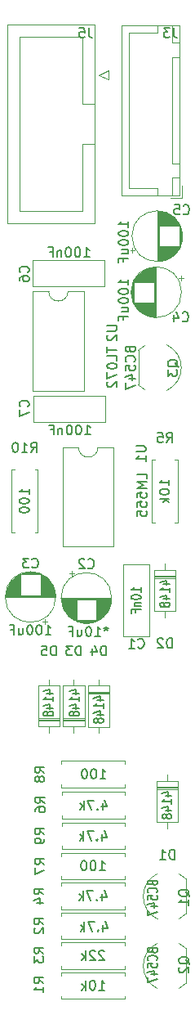
<source format=gbr>
%TF.GenerationSoftware,KiCad,Pcbnew,5.1.9+dfsg1-1~bpo10+1*%
%TF.CreationDate,2022-01-08T23:32:10+08:00*%
%TF.ProjectId,MiniADSR 1.0 - Main Board,4d696e69-4144-4535-9220-312e30202d20,rev?*%
%TF.SameCoordinates,Original*%
%TF.FileFunction,Legend,Bot*%
%TF.FilePolarity,Positive*%
%FSLAX46Y46*%
G04 Gerber Fmt 4.6, Leading zero omitted, Abs format (unit mm)*
G04 Created by KiCad (PCBNEW 5.1.9+dfsg1-1~bpo10+1) date 2022-01-08 23:32:10*
%MOMM*%
%LPD*%
G01*
G04 APERTURE LIST*
%ADD10C,0.120000*%
%ADD11C,0.150000*%
G04 APERTURE END LIST*
D10*
%TO.C,C1*%
X147930000Y-109780000D02*
X147930000Y-117220000D01*
X150670000Y-109780000D02*
X150670000Y-117220000D01*
X147930000Y-109780000D02*
X150670000Y-109780000D01*
X147930000Y-117220000D02*
X150670000Y-117220000D01*
%TO.C,D1*%
X151380000Y-132790000D02*
X153620000Y-132790000D01*
X151380000Y-133030000D02*
X153620000Y-133030000D01*
X151380000Y-132910000D02*
X153620000Y-132910000D01*
X152500000Y-137080000D02*
X152500000Y-136430000D01*
X152500000Y-131540000D02*
X152500000Y-132190000D01*
X151380000Y-136430000D02*
X151380000Y-132190000D01*
X153620000Y-136430000D02*
X151380000Y-136430000D01*
X153620000Y-132190000D02*
X153620000Y-136430000D01*
X151380000Y-132190000D02*
X153620000Y-132190000D01*
%TO.C,R5*%
X153290000Y-105460000D02*
X153620000Y-105460000D01*
X153620000Y-105460000D02*
X153620000Y-98920000D01*
X153620000Y-98920000D02*
X153290000Y-98920000D01*
X151210000Y-105460000D02*
X150880000Y-105460000D01*
X150880000Y-105460000D02*
X150880000Y-98920000D01*
X150880000Y-98920000D02*
X151210000Y-98920000D01*
%TO.C,D2*%
X151130000Y-110365000D02*
X153370000Y-110365000D01*
X153370000Y-110365000D02*
X153370000Y-114605000D01*
X153370000Y-114605000D02*
X151130000Y-114605000D01*
X151130000Y-114605000D02*
X151130000Y-110365000D01*
X152250000Y-109715000D02*
X152250000Y-110365000D01*
X152250000Y-115255000D02*
X152250000Y-114605000D01*
X151130000Y-111085000D02*
X153370000Y-111085000D01*
X151130000Y-111205000D02*
X153370000Y-111205000D01*
X151130000Y-110965000D02*
X153370000Y-110965000D01*
%TO.C,Q1*%
X154450000Y-142340000D02*
X154450000Y-145940000D01*
X153722795Y-146464184D02*
G75*
G03*
X154450000Y-145940000I-1122795J2324184D01*
G01*
X151501193Y-146496400D02*
G75*
G02*
X150000000Y-144140000I1098807J2356400D01*
G01*
X151501193Y-141783600D02*
G75*
G03*
X150000000Y-144140000I1098807J-2356400D01*
G01*
X153722795Y-141815816D02*
G75*
G02*
X154450000Y-142340000I-1122795J-2324184D01*
G01*
%TO.C,U1*%
X145290000Y-97670000D02*
X146940000Y-97670000D01*
X146940000Y-97670000D02*
X146940000Y-107950000D01*
X146940000Y-107950000D02*
X141640000Y-107950000D01*
X141640000Y-107950000D02*
X141640000Y-97670000D01*
X141640000Y-97670000D02*
X143290000Y-97670000D01*
X143290000Y-97670000D02*
G75*
G03*
X145290000Y-97670000I1000000J0D01*
G01*
%TO.C,C2*%
X142375000Y-110695225D02*
X142875000Y-110695225D01*
X142625000Y-110445225D02*
X142625000Y-110945225D01*
X143816000Y-115851000D02*
X144384000Y-115851000D01*
X143582000Y-115811000D02*
X144618000Y-115811000D01*
X143423000Y-115771000D02*
X144777000Y-115771000D01*
X143295000Y-115731000D02*
X144905000Y-115731000D01*
X143185000Y-115691000D02*
X145015000Y-115691000D01*
X143089000Y-115651000D02*
X145111000Y-115651000D01*
X143002000Y-115611000D02*
X145198000Y-115611000D01*
X142922000Y-115571000D02*
X145278000Y-115571000D01*
X145140000Y-115531000D02*
X145351000Y-115531000D01*
X142849000Y-115531000D02*
X143060000Y-115531000D01*
X145140000Y-115491000D02*
X145419000Y-115491000D01*
X142781000Y-115491000D02*
X143060000Y-115491000D01*
X145140000Y-115451000D02*
X145483000Y-115451000D01*
X142717000Y-115451000D02*
X143060000Y-115451000D01*
X145140000Y-115411000D02*
X145543000Y-115411000D01*
X142657000Y-115411000D02*
X143060000Y-115411000D01*
X145140000Y-115371000D02*
X145600000Y-115371000D01*
X142600000Y-115371000D02*
X143060000Y-115371000D01*
X145140000Y-115331000D02*
X145654000Y-115331000D01*
X142546000Y-115331000D02*
X143060000Y-115331000D01*
X145140000Y-115291000D02*
X145705000Y-115291000D01*
X142495000Y-115291000D02*
X143060000Y-115291000D01*
X145140000Y-115251000D02*
X145753000Y-115251000D01*
X142447000Y-115251000D02*
X143060000Y-115251000D01*
X145140000Y-115211000D02*
X145799000Y-115211000D01*
X142401000Y-115211000D02*
X143060000Y-115211000D01*
X145140000Y-115171000D02*
X145843000Y-115171000D01*
X142357000Y-115171000D02*
X143060000Y-115171000D01*
X145140000Y-115131000D02*
X145885000Y-115131000D01*
X142315000Y-115131000D02*
X143060000Y-115131000D01*
X145140000Y-115091000D02*
X145926000Y-115091000D01*
X142274000Y-115091000D02*
X143060000Y-115091000D01*
X145140000Y-115051000D02*
X145964000Y-115051000D01*
X142236000Y-115051000D02*
X143060000Y-115051000D01*
X145140000Y-115011000D02*
X146001000Y-115011000D01*
X142199000Y-115011000D02*
X143060000Y-115011000D01*
X145140000Y-114971000D02*
X146037000Y-114971000D01*
X142163000Y-114971000D02*
X143060000Y-114971000D01*
X145140000Y-114931000D02*
X146071000Y-114931000D01*
X142129000Y-114931000D02*
X143060000Y-114931000D01*
X145140000Y-114891000D02*
X146104000Y-114891000D01*
X142096000Y-114891000D02*
X143060000Y-114891000D01*
X145140000Y-114851000D02*
X146135000Y-114851000D01*
X142065000Y-114851000D02*
X143060000Y-114851000D01*
X145140000Y-114811000D02*
X146165000Y-114811000D01*
X142035000Y-114811000D02*
X143060000Y-114811000D01*
X145140000Y-114771000D02*
X146195000Y-114771000D01*
X142005000Y-114771000D02*
X143060000Y-114771000D01*
X145140000Y-114731000D02*
X146222000Y-114731000D01*
X141978000Y-114731000D02*
X143060000Y-114731000D01*
X145140000Y-114691000D02*
X146249000Y-114691000D01*
X141951000Y-114691000D02*
X143060000Y-114691000D01*
X145140000Y-114651000D02*
X146275000Y-114651000D01*
X141925000Y-114651000D02*
X143060000Y-114651000D01*
X145140000Y-114611000D02*
X146300000Y-114611000D01*
X141900000Y-114611000D02*
X143060000Y-114611000D01*
X145140000Y-114571000D02*
X146324000Y-114571000D01*
X141876000Y-114571000D02*
X143060000Y-114571000D01*
X145140000Y-114531000D02*
X146347000Y-114531000D01*
X141853000Y-114531000D02*
X143060000Y-114531000D01*
X145140000Y-114491000D02*
X146368000Y-114491000D01*
X141832000Y-114491000D02*
X143060000Y-114491000D01*
X145140000Y-114451000D02*
X146390000Y-114451000D01*
X141810000Y-114451000D02*
X143060000Y-114451000D01*
X145140000Y-114411000D02*
X146410000Y-114411000D01*
X141790000Y-114411000D02*
X143060000Y-114411000D01*
X145140000Y-114371000D02*
X146429000Y-114371000D01*
X141771000Y-114371000D02*
X143060000Y-114371000D01*
X145140000Y-114331000D02*
X146448000Y-114331000D01*
X141752000Y-114331000D02*
X143060000Y-114331000D01*
X145140000Y-114291000D02*
X146465000Y-114291000D01*
X141735000Y-114291000D02*
X143060000Y-114291000D01*
X145140000Y-114251000D02*
X146482000Y-114251000D01*
X141718000Y-114251000D02*
X143060000Y-114251000D01*
X145140000Y-114211000D02*
X146498000Y-114211000D01*
X141702000Y-114211000D02*
X143060000Y-114211000D01*
X145140000Y-114171000D02*
X146514000Y-114171000D01*
X141686000Y-114171000D02*
X143060000Y-114171000D01*
X145140000Y-114131000D02*
X146528000Y-114131000D01*
X141672000Y-114131000D02*
X143060000Y-114131000D01*
X145140000Y-114091000D02*
X146542000Y-114091000D01*
X141658000Y-114091000D02*
X143060000Y-114091000D01*
X145140000Y-114051000D02*
X146555000Y-114051000D01*
X141645000Y-114051000D02*
X143060000Y-114051000D01*
X145140000Y-114011000D02*
X146568000Y-114011000D01*
X141632000Y-114011000D02*
X143060000Y-114011000D01*
X145140000Y-113971000D02*
X146580000Y-113971000D01*
X141620000Y-113971000D02*
X143060000Y-113971000D01*
X145140000Y-113930000D02*
X146591000Y-113930000D01*
X141609000Y-113930000D02*
X143060000Y-113930000D01*
X145140000Y-113890000D02*
X146601000Y-113890000D01*
X141599000Y-113890000D02*
X143060000Y-113890000D01*
X145140000Y-113850000D02*
X146611000Y-113850000D01*
X141589000Y-113850000D02*
X143060000Y-113850000D01*
X145140000Y-113810000D02*
X146620000Y-113810000D01*
X141580000Y-113810000D02*
X143060000Y-113810000D01*
X145140000Y-113770000D02*
X146628000Y-113770000D01*
X141572000Y-113770000D02*
X143060000Y-113770000D01*
X145140000Y-113730000D02*
X146636000Y-113730000D01*
X141564000Y-113730000D02*
X143060000Y-113730000D01*
X145140000Y-113690000D02*
X146643000Y-113690000D01*
X141557000Y-113690000D02*
X143060000Y-113690000D01*
X145140000Y-113650000D02*
X146650000Y-113650000D01*
X141550000Y-113650000D02*
X143060000Y-113650000D01*
X145140000Y-113610000D02*
X146656000Y-113610000D01*
X141544000Y-113610000D02*
X143060000Y-113610000D01*
X145140000Y-113570000D02*
X146661000Y-113570000D01*
X141539000Y-113570000D02*
X143060000Y-113570000D01*
X145140000Y-113530000D02*
X146665000Y-113530000D01*
X141535000Y-113530000D02*
X143060000Y-113530000D01*
X145140000Y-113490000D02*
X146669000Y-113490000D01*
X141531000Y-113490000D02*
X143060000Y-113490000D01*
X141527000Y-113450000D02*
X146673000Y-113450000D01*
X141524000Y-113410000D02*
X146676000Y-113410000D01*
X141522000Y-113370000D02*
X146678000Y-113370000D01*
X141521000Y-113330000D02*
X146679000Y-113330000D01*
X141520000Y-113290000D02*
X146680000Y-113290000D01*
X141520000Y-113250000D02*
X146680000Y-113250000D01*
X146720000Y-113250000D02*
G75*
G03*
X146720000Y-113250000I-2620000J0D01*
G01*
%TO.C,R3*%
X148060000Y-149260000D02*
X148060000Y-148930000D01*
X148060000Y-148930000D02*
X141520000Y-148930000D01*
X141520000Y-148930000D02*
X141520000Y-149260000D01*
X148060000Y-151340000D02*
X148060000Y-151670000D01*
X148060000Y-151670000D02*
X141520000Y-151670000D01*
X141520000Y-151670000D02*
X141520000Y-151340000D01*
%TO.C,R1*%
X148060000Y-152360000D02*
X148060000Y-152030000D01*
X148060000Y-152030000D02*
X141520000Y-152030000D01*
X141520000Y-152030000D02*
X141520000Y-152360000D01*
X148060000Y-154440000D02*
X148060000Y-154770000D01*
X148060000Y-154770000D02*
X141520000Y-154770000D01*
X141520000Y-154770000D02*
X141520000Y-154440000D01*
%TO.C,Q2*%
X154450000Y-149540000D02*
X154450000Y-153140000D01*
X153722795Y-153664184D02*
G75*
G03*
X154450000Y-153140000I-1122795J2324184D01*
G01*
X151501193Y-153696400D02*
G75*
G02*
X150000000Y-151340000I1098807J2356400D01*
G01*
X151501193Y-148983600D02*
G75*
G03*
X150000000Y-151340000I1098807J-2356400D01*
G01*
X153722795Y-149015816D02*
G75*
G02*
X154450000Y-149540000I-1122795J-2324184D01*
G01*
%TO.C,Q3*%
X149500000Y-91210000D02*
X149500000Y-87610000D01*
X150227205Y-87085816D02*
G75*
G03*
X149500000Y-87610000I1122795J-2324184D01*
G01*
X152448807Y-87053600D02*
G75*
G02*
X153950000Y-89410000I-1098807J-2356400D01*
G01*
X152448807Y-91766400D02*
G75*
G03*
X153950000Y-89410000I-1098807J2356400D01*
G01*
X150227205Y-91734184D02*
G75*
G02*
X149500000Y-91210000I1122795J2324184D01*
G01*
%TO.C,R9*%
X148080000Y-136530000D02*
X148080000Y-136860000D01*
X141540000Y-136530000D02*
X148080000Y-136530000D01*
X141540000Y-136860000D02*
X141540000Y-136530000D01*
X148080000Y-139270000D02*
X148080000Y-138940000D01*
X141540000Y-139270000D02*
X148080000Y-139270000D01*
X141540000Y-138940000D02*
X141540000Y-139270000D01*
%TO.C,R10*%
X139070000Y-106480000D02*
X138740000Y-106480000D01*
X139070000Y-99940000D02*
X139070000Y-106480000D01*
X138740000Y-99940000D02*
X139070000Y-99940000D01*
X136330000Y-106480000D02*
X136660000Y-106480000D01*
X136330000Y-99940000D02*
X136330000Y-106480000D01*
X136660000Y-99940000D02*
X136330000Y-99940000D01*
%TO.C,R8*%
X148060000Y-130460000D02*
X148060000Y-130130000D01*
X148060000Y-130130000D02*
X141520000Y-130130000D01*
X141520000Y-130130000D02*
X141520000Y-130460000D01*
X148060000Y-132540000D02*
X148060000Y-132870000D01*
X148060000Y-132870000D02*
X141520000Y-132870000D01*
X141520000Y-132870000D02*
X141520000Y-132540000D01*
%TO.C,R7*%
X148060000Y-139960000D02*
X148060000Y-139630000D01*
X148060000Y-139630000D02*
X141520000Y-139630000D01*
X141520000Y-139630000D02*
X141520000Y-139960000D01*
X148060000Y-142040000D02*
X148060000Y-142370000D01*
X148060000Y-142370000D02*
X141520000Y-142370000D01*
X141520000Y-142370000D02*
X141520000Y-142040000D01*
%TO.C,R6*%
X148080000Y-133330000D02*
X148080000Y-133660000D01*
X141540000Y-133330000D02*
X148080000Y-133330000D01*
X141540000Y-133660000D02*
X141540000Y-133330000D01*
X148080000Y-136070000D02*
X148080000Y-135740000D01*
X141540000Y-136070000D02*
X148080000Y-136070000D01*
X141540000Y-135740000D02*
X141540000Y-136070000D01*
%TO.C,R4*%
X141520000Y-145470000D02*
X141520000Y-145140000D01*
X148060000Y-145470000D02*
X141520000Y-145470000D01*
X148060000Y-145140000D02*
X148060000Y-145470000D01*
X141520000Y-142730000D02*
X141520000Y-143060000D01*
X148060000Y-142730000D02*
X141520000Y-142730000D01*
X148060000Y-143060000D02*
X148060000Y-142730000D01*
%TO.C,R2*%
X141520000Y-148570000D02*
X141520000Y-148240000D01*
X148060000Y-148570000D02*
X141520000Y-148570000D01*
X148060000Y-148240000D02*
X148060000Y-148570000D01*
X141520000Y-145830000D02*
X141520000Y-146160000D01*
X148060000Y-145830000D02*
X141520000Y-145830000D01*
X148060000Y-146160000D02*
X148060000Y-145830000D01*
%TO.C,C3*%
X140920000Y-113150000D02*
G75*
G03*
X140920000Y-113150000I-2620000J0D01*
G01*
X140880000Y-113150000D02*
X135720000Y-113150000D01*
X140880000Y-113110000D02*
X135720000Y-113110000D01*
X140879000Y-113070000D02*
X135721000Y-113070000D01*
X140878000Y-113030000D02*
X135722000Y-113030000D01*
X140876000Y-112990000D02*
X135724000Y-112990000D01*
X140873000Y-112950000D02*
X135727000Y-112950000D01*
X140869000Y-112910000D02*
X139340000Y-112910000D01*
X137260000Y-112910000D02*
X135731000Y-112910000D01*
X140865000Y-112870000D02*
X139340000Y-112870000D01*
X137260000Y-112870000D02*
X135735000Y-112870000D01*
X140861000Y-112830000D02*
X139340000Y-112830000D01*
X137260000Y-112830000D02*
X135739000Y-112830000D01*
X140856000Y-112790000D02*
X139340000Y-112790000D01*
X137260000Y-112790000D02*
X135744000Y-112790000D01*
X140850000Y-112750000D02*
X139340000Y-112750000D01*
X137260000Y-112750000D02*
X135750000Y-112750000D01*
X140843000Y-112710000D02*
X139340000Y-112710000D01*
X137260000Y-112710000D02*
X135757000Y-112710000D01*
X140836000Y-112670000D02*
X139340000Y-112670000D01*
X137260000Y-112670000D02*
X135764000Y-112670000D01*
X140828000Y-112630000D02*
X139340000Y-112630000D01*
X137260000Y-112630000D02*
X135772000Y-112630000D01*
X140820000Y-112590000D02*
X139340000Y-112590000D01*
X137260000Y-112590000D02*
X135780000Y-112590000D01*
X140811000Y-112550000D02*
X139340000Y-112550000D01*
X137260000Y-112550000D02*
X135789000Y-112550000D01*
X140801000Y-112510000D02*
X139340000Y-112510000D01*
X137260000Y-112510000D02*
X135799000Y-112510000D01*
X140791000Y-112470000D02*
X139340000Y-112470000D01*
X137260000Y-112470000D02*
X135809000Y-112470000D01*
X140780000Y-112429000D02*
X139340000Y-112429000D01*
X137260000Y-112429000D02*
X135820000Y-112429000D01*
X140768000Y-112389000D02*
X139340000Y-112389000D01*
X137260000Y-112389000D02*
X135832000Y-112389000D01*
X140755000Y-112349000D02*
X139340000Y-112349000D01*
X137260000Y-112349000D02*
X135845000Y-112349000D01*
X140742000Y-112309000D02*
X139340000Y-112309000D01*
X137260000Y-112309000D02*
X135858000Y-112309000D01*
X140728000Y-112269000D02*
X139340000Y-112269000D01*
X137260000Y-112269000D02*
X135872000Y-112269000D01*
X140714000Y-112229000D02*
X139340000Y-112229000D01*
X137260000Y-112229000D02*
X135886000Y-112229000D01*
X140698000Y-112189000D02*
X139340000Y-112189000D01*
X137260000Y-112189000D02*
X135902000Y-112189000D01*
X140682000Y-112149000D02*
X139340000Y-112149000D01*
X137260000Y-112149000D02*
X135918000Y-112149000D01*
X140665000Y-112109000D02*
X139340000Y-112109000D01*
X137260000Y-112109000D02*
X135935000Y-112109000D01*
X140648000Y-112069000D02*
X139340000Y-112069000D01*
X137260000Y-112069000D02*
X135952000Y-112069000D01*
X140629000Y-112029000D02*
X139340000Y-112029000D01*
X137260000Y-112029000D02*
X135971000Y-112029000D01*
X140610000Y-111989000D02*
X139340000Y-111989000D01*
X137260000Y-111989000D02*
X135990000Y-111989000D01*
X140590000Y-111949000D02*
X139340000Y-111949000D01*
X137260000Y-111949000D02*
X136010000Y-111949000D01*
X140568000Y-111909000D02*
X139340000Y-111909000D01*
X137260000Y-111909000D02*
X136032000Y-111909000D01*
X140547000Y-111869000D02*
X139340000Y-111869000D01*
X137260000Y-111869000D02*
X136053000Y-111869000D01*
X140524000Y-111829000D02*
X139340000Y-111829000D01*
X137260000Y-111829000D02*
X136076000Y-111829000D01*
X140500000Y-111789000D02*
X139340000Y-111789000D01*
X137260000Y-111789000D02*
X136100000Y-111789000D01*
X140475000Y-111749000D02*
X139340000Y-111749000D01*
X137260000Y-111749000D02*
X136125000Y-111749000D01*
X140449000Y-111709000D02*
X139340000Y-111709000D01*
X137260000Y-111709000D02*
X136151000Y-111709000D01*
X140422000Y-111669000D02*
X139340000Y-111669000D01*
X137260000Y-111669000D02*
X136178000Y-111669000D01*
X140395000Y-111629000D02*
X139340000Y-111629000D01*
X137260000Y-111629000D02*
X136205000Y-111629000D01*
X140365000Y-111589000D02*
X139340000Y-111589000D01*
X137260000Y-111589000D02*
X136235000Y-111589000D01*
X140335000Y-111549000D02*
X139340000Y-111549000D01*
X137260000Y-111549000D02*
X136265000Y-111549000D01*
X140304000Y-111509000D02*
X139340000Y-111509000D01*
X137260000Y-111509000D02*
X136296000Y-111509000D01*
X140271000Y-111469000D02*
X139340000Y-111469000D01*
X137260000Y-111469000D02*
X136329000Y-111469000D01*
X140237000Y-111429000D02*
X139340000Y-111429000D01*
X137260000Y-111429000D02*
X136363000Y-111429000D01*
X140201000Y-111389000D02*
X139340000Y-111389000D01*
X137260000Y-111389000D02*
X136399000Y-111389000D01*
X140164000Y-111349000D02*
X139340000Y-111349000D01*
X137260000Y-111349000D02*
X136436000Y-111349000D01*
X140126000Y-111309000D02*
X139340000Y-111309000D01*
X137260000Y-111309000D02*
X136474000Y-111309000D01*
X140085000Y-111269000D02*
X139340000Y-111269000D01*
X137260000Y-111269000D02*
X136515000Y-111269000D01*
X140043000Y-111229000D02*
X139340000Y-111229000D01*
X137260000Y-111229000D02*
X136557000Y-111229000D01*
X139999000Y-111189000D02*
X139340000Y-111189000D01*
X137260000Y-111189000D02*
X136601000Y-111189000D01*
X139953000Y-111149000D02*
X139340000Y-111149000D01*
X137260000Y-111149000D02*
X136647000Y-111149000D01*
X139905000Y-111109000D02*
X139340000Y-111109000D01*
X137260000Y-111109000D02*
X136695000Y-111109000D01*
X139854000Y-111069000D02*
X139340000Y-111069000D01*
X137260000Y-111069000D02*
X136746000Y-111069000D01*
X139800000Y-111029000D02*
X139340000Y-111029000D01*
X137260000Y-111029000D02*
X136800000Y-111029000D01*
X139743000Y-110989000D02*
X139340000Y-110989000D01*
X137260000Y-110989000D02*
X136857000Y-110989000D01*
X139683000Y-110949000D02*
X139340000Y-110949000D01*
X137260000Y-110949000D02*
X136917000Y-110949000D01*
X139619000Y-110909000D02*
X139340000Y-110909000D01*
X137260000Y-110909000D02*
X136981000Y-110909000D01*
X139551000Y-110869000D02*
X139340000Y-110869000D01*
X137260000Y-110869000D02*
X137049000Y-110869000D01*
X139478000Y-110829000D02*
X137122000Y-110829000D01*
X139398000Y-110789000D02*
X137202000Y-110789000D01*
X139311000Y-110749000D02*
X137289000Y-110749000D01*
X139215000Y-110709000D02*
X137385000Y-110709000D01*
X139105000Y-110669000D02*
X137495000Y-110669000D01*
X138977000Y-110629000D02*
X137623000Y-110629000D01*
X138818000Y-110589000D02*
X137782000Y-110589000D01*
X138584000Y-110549000D02*
X138016000Y-110549000D01*
X139775000Y-115954775D02*
X139775000Y-115454775D01*
X140025000Y-115704775D02*
X139525000Y-115704775D01*
%TO.C,C4*%
X148895225Y-77525000D02*
X148895225Y-77025000D01*
X148645225Y-77275000D02*
X149145225Y-77275000D01*
X154051000Y-76084000D02*
X154051000Y-75516000D01*
X154011000Y-76318000D02*
X154011000Y-75282000D01*
X153971000Y-76477000D02*
X153971000Y-75123000D01*
X153931000Y-76605000D02*
X153931000Y-74995000D01*
X153891000Y-76715000D02*
X153891000Y-74885000D01*
X153851000Y-76811000D02*
X153851000Y-74789000D01*
X153811000Y-76898000D02*
X153811000Y-74702000D01*
X153771000Y-76978000D02*
X153771000Y-74622000D01*
X153731000Y-74760000D02*
X153731000Y-74549000D01*
X153731000Y-77051000D02*
X153731000Y-76840000D01*
X153691000Y-74760000D02*
X153691000Y-74481000D01*
X153691000Y-77119000D02*
X153691000Y-76840000D01*
X153651000Y-74760000D02*
X153651000Y-74417000D01*
X153651000Y-77183000D02*
X153651000Y-76840000D01*
X153611000Y-74760000D02*
X153611000Y-74357000D01*
X153611000Y-77243000D02*
X153611000Y-76840000D01*
X153571000Y-74760000D02*
X153571000Y-74300000D01*
X153571000Y-77300000D02*
X153571000Y-76840000D01*
X153531000Y-74760000D02*
X153531000Y-74246000D01*
X153531000Y-77354000D02*
X153531000Y-76840000D01*
X153491000Y-74760000D02*
X153491000Y-74195000D01*
X153491000Y-77405000D02*
X153491000Y-76840000D01*
X153451000Y-74760000D02*
X153451000Y-74147000D01*
X153451000Y-77453000D02*
X153451000Y-76840000D01*
X153411000Y-74760000D02*
X153411000Y-74101000D01*
X153411000Y-77499000D02*
X153411000Y-76840000D01*
X153371000Y-74760000D02*
X153371000Y-74057000D01*
X153371000Y-77543000D02*
X153371000Y-76840000D01*
X153331000Y-74760000D02*
X153331000Y-74015000D01*
X153331000Y-77585000D02*
X153331000Y-76840000D01*
X153291000Y-74760000D02*
X153291000Y-73974000D01*
X153291000Y-77626000D02*
X153291000Y-76840000D01*
X153251000Y-74760000D02*
X153251000Y-73936000D01*
X153251000Y-77664000D02*
X153251000Y-76840000D01*
X153211000Y-74760000D02*
X153211000Y-73899000D01*
X153211000Y-77701000D02*
X153211000Y-76840000D01*
X153171000Y-74760000D02*
X153171000Y-73863000D01*
X153171000Y-77737000D02*
X153171000Y-76840000D01*
X153131000Y-74760000D02*
X153131000Y-73829000D01*
X153131000Y-77771000D02*
X153131000Y-76840000D01*
X153091000Y-74760000D02*
X153091000Y-73796000D01*
X153091000Y-77804000D02*
X153091000Y-76840000D01*
X153051000Y-74760000D02*
X153051000Y-73765000D01*
X153051000Y-77835000D02*
X153051000Y-76840000D01*
X153011000Y-74760000D02*
X153011000Y-73735000D01*
X153011000Y-77865000D02*
X153011000Y-76840000D01*
X152971000Y-74760000D02*
X152971000Y-73705000D01*
X152971000Y-77895000D02*
X152971000Y-76840000D01*
X152931000Y-74760000D02*
X152931000Y-73678000D01*
X152931000Y-77922000D02*
X152931000Y-76840000D01*
X152891000Y-74760000D02*
X152891000Y-73651000D01*
X152891000Y-77949000D02*
X152891000Y-76840000D01*
X152851000Y-74760000D02*
X152851000Y-73625000D01*
X152851000Y-77975000D02*
X152851000Y-76840000D01*
X152811000Y-74760000D02*
X152811000Y-73600000D01*
X152811000Y-78000000D02*
X152811000Y-76840000D01*
X152771000Y-74760000D02*
X152771000Y-73576000D01*
X152771000Y-78024000D02*
X152771000Y-76840000D01*
X152731000Y-74760000D02*
X152731000Y-73553000D01*
X152731000Y-78047000D02*
X152731000Y-76840000D01*
X152691000Y-74760000D02*
X152691000Y-73532000D01*
X152691000Y-78068000D02*
X152691000Y-76840000D01*
X152651000Y-74760000D02*
X152651000Y-73510000D01*
X152651000Y-78090000D02*
X152651000Y-76840000D01*
X152611000Y-74760000D02*
X152611000Y-73490000D01*
X152611000Y-78110000D02*
X152611000Y-76840000D01*
X152571000Y-74760000D02*
X152571000Y-73471000D01*
X152571000Y-78129000D02*
X152571000Y-76840000D01*
X152531000Y-74760000D02*
X152531000Y-73452000D01*
X152531000Y-78148000D02*
X152531000Y-76840000D01*
X152491000Y-74760000D02*
X152491000Y-73435000D01*
X152491000Y-78165000D02*
X152491000Y-76840000D01*
X152451000Y-74760000D02*
X152451000Y-73418000D01*
X152451000Y-78182000D02*
X152451000Y-76840000D01*
X152411000Y-74760000D02*
X152411000Y-73402000D01*
X152411000Y-78198000D02*
X152411000Y-76840000D01*
X152371000Y-74760000D02*
X152371000Y-73386000D01*
X152371000Y-78214000D02*
X152371000Y-76840000D01*
X152331000Y-74760000D02*
X152331000Y-73372000D01*
X152331000Y-78228000D02*
X152331000Y-76840000D01*
X152291000Y-74760000D02*
X152291000Y-73358000D01*
X152291000Y-78242000D02*
X152291000Y-76840000D01*
X152251000Y-74760000D02*
X152251000Y-73345000D01*
X152251000Y-78255000D02*
X152251000Y-76840000D01*
X152211000Y-74760000D02*
X152211000Y-73332000D01*
X152211000Y-78268000D02*
X152211000Y-76840000D01*
X152171000Y-74760000D02*
X152171000Y-73320000D01*
X152171000Y-78280000D02*
X152171000Y-76840000D01*
X152130000Y-74760000D02*
X152130000Y-73309000D01*
X152130000Y-78291000D02*
X152130000Y-76840000D01*
X152090000Y-74760000D02*
X152090000Y-73299000D01*
X152090000Y-78301000D02*
X152090000Y-76840000D01*
X152050000Y-74760000D02*
X152050000Y-73289000D01*
X152050000Y-78311000D02*
X152050000Y-76840000D01*
X152010000Y-74760000D02*
X152010000Y-73280000D01*
X152010000Y-78320000D02*
X152010000Y-76840000D01*
X151970000Y-74760000D02*
X151970000Y-73272000D01*
X151970000Y-78328000D02*
X151970000Y-76840000D01*
X151930000Y-74760000D02*
X151930000Y-73264000D01*
X151930000Y-78336000D02*
X151930000Y-76840000D01*
X151890000Y-74760000D02*
X151890000Y-73257000D01*
X151890000Y-78343000D02*
X151890000Y-76840000D01*
X151850000Y-74760000D02*
X151850000Y-73250000D01*
X151850000Y-78350000D02*
X151850000Y-76840000D01*
X151810000Y-74760000D02*
X151810000Y-73244000D01*
X151810000Y-78356000D02*
X151810000Y-76840000D01*
X151770000Y-74760000D02*
X151770000Y-73239000D01*
X151770000Y-78361000D02*
X151770000Y-76840000D01*
X151730000Y-74760000D02*
X151730000Y-73235000D01*
X151730000Y-78365000D02*
X151730000Y-76840000D01*
X151690000Y-74760000D02*
X151690000Y-73231000D01*
X151690000Y-78369000D02*
X151690000Y-76840000D01*
X151650000Y-78373000D02*
X151650000Y-73227000D01*
X151610000Y-78376000D02*
X151610000Y-73224000D01*
X151570000Y-78378000D02*
X151570000Y-73222000D01*
X151530000Y-78379000D02*
X151530000Y-73221000D01*
X151490000Y-78380000D02*
X151490000Y-73220000D01*
X151450000Y-78380000D02*
X151450000Y-73220000D01*
X154070000Y-75800000D02*
G75*
G03*
X154070000Y-75800000I-2620000J0D01*
G01*
%TO.C,C5*%
X153970000Y-81600000D02*
G75*
G03*
X153970000Y-81600000I-2620000J0D01*
G01*
X151350000Y-79020000D02*
X151350000Y-84180000D01*
X151310000Y-79020000D02*
X151310000Y-84180000D01*
X151270000Y-79021000D02*
X151270000Y-84179000D01*
X151230000Y-79022000D02*
X151230000Y-84178000D01*
X151190000Y-79024000D02*
X151190000Y-84176000D01*
X151150000Y-79027000D02*
X151150000Y-84173000D01*
X151110000Y-79031000D02*
X151110000Y-80560000D01*
X151110000Y-82640000D02*
X151110000Y-84169000D01*
X151070000Y-79035000D02*
X151070000Y-80560000D01*
X151070000Y-82640000D02*
X151070000Y-84165000D01*
X151030000Y-79039000D02*
X151030000Y-80560000D01*
X151030000Y-82640000D02*
X151030000Y-84161000D01*
X150990000Y-79044000D02*
X150990000Y-80560000D01*
X150990000Y-82640000D02*
X150990000Y-84156000D01*
X150950000Y-79050000D02*
X150950000Y-80560000D01*
X150950000Y-82640000D02*
X150950000Y-84150000D01*
X150910000Y-79057000D02*
X150910000Y-80560000D01*
X150910000Y-82640000D02*
X150910000Y-84143000D01*
X150870000Y-79064000D02*
X150870000Y-80560000D01*
X150870000Y-82640000D02*
X150870000Y-84136000D01*
X150830000Y-79072000D02*
X150830000Y-80560000D01*
X150830000Y-82640000D02*
X150830000Y-84128000D01*
X150790000Y-79080000D02*
X150790000Y-80560000D01*
X150790000Y-82640000D02*
X150790000Y-84120000D01*
X150750000Y-79089000D02*
X150750000Y-80560000D01*
X150750000Y-82640000D02*
X150750000Y-84111000D01*
X150710000Y-79099000D02*
X150710000Y-80560000D01*
X150710000Y-82640000D02*
X150710000Y-84101000D01*
X150670000Y-79109000D02*
X150670000Y-80560000D01*
X150670000Y-82640000D02*
X150670000Y-84091000D01*
X150629000Y-79120000D02*
X150629000Y-80560000D01*
X150629000Y-82640000D02*
X150629000Y-84080000D01*
X150589000Y-79132000D02*
X150589000Y-80560000D01*
X150589000Y-82640000D02*
X150589000Y-84068000D01*
X150549000Y-79145000D02*
X150549000Y-80560000D01*
X150549000Y-82640000D02*
X150549000Y-84055000D01*
X150509000Y-79158000D02*
X150509000Y-80560000D01*
X150509000Y-82640000D02*
X150509000Y-84042000D01*
X150469000Y-79172000D02*
X150469000Y-80560000D01*
X150469000Y-82640000D02*
X150469000Y-84028000D01*
X150429000Y-79186000D02*
X150429000Y-80560000D01*
X150429000Y-82640000D02*
X150429000Y-84014000D01*
X150389000Y-79202000D02*
X150389000Y-80560000D01*
X150389000Y-82640000D02*
X150389000Y-83998000D01*
X150349000Y-79218000D02*
X150349000Y-80560000D01*
X150349000Y-82640000D02*
X150349000Y-83982000D01*
X150309000Y-79235000D02*
X150309000Y-80560000D01*
X150309000Y-82640000D02*
X150309000Y-83965000D01*
X150269000Y-79252000D02*
X150269000Y-80560000D01*
X150269000Y-82640000D02*
X150269000Y-83948000D01*
X150229000Y-79271000D02*
X150229000Y-80560000D01*
X150229000Y-82640000D02*
X150229000Y-83929000D01*
X150189000Y-79290000D02*
X150189000Y-80560000D01*
X150189000Y-82640000D02*
X150189000Y-83910000D01*
X150149000Y-79310000D02*
X150149000Y-80560000D01*
X150149000Y-82640000D02*
X150149000Y-83890000D01*
X150109000Y-79332000D02*
X150109000Y-80560000D01*
X150109000Y-82640000D02*
X150109000Y-83868000D01*
X150069000Y-79353000D02*
X150069000Y-80560000D01*
X150069000Y-82640000D02*
X150069000Y-83847000D01*
X150029000Y-79376000D02*
X150029000Y-80560000D01*
X150029000Y-82640000D02*
X150029000Y-83824000D01*
X149989000Y-79400000D02*
X149989000Y-80560000D01*
X149989000Y-82640000D02*
X149989000Y-83800000D01*
X149949000Y-79425000D02*
X149949000Y-80560000D01*
X149949000Y-82640000D02*
X149949000Y-83775000D01*
X149909000Y-79451000D02*
X149909000Y-80560000D01*
X149909000Y-82640000D02*
X149909000Y-83749000D01*
X149869000Y-79478000D02*
X149869000Y-80560000D01*
X149869000Y-82640000D02*
X149869000Y-83722000D01*
X149829000Y-79505000D02*
X149829000Y-80560000D01*
X149829000Y-82640000D02*
X149829000Y-83695000D01*
X149789000Y-79535000D02*
X149789000Y-80560000D01*
X149789000Y-82640000D02*
X149789000Y-83665000D01*
X149749000Y-79565000D02*
X149749000Y-80560000D01*
X149749000Y-82640000D02*
X149749000Y-83635000D01*
X149709000Y-79596000D02*
X149709000Y-80560000D01*
X149709000Y-82640000D02*
X149709000Y-83604000D01*
X149669000Y-79629000D02*
X149669000Y-80560000D01*
X149669000Y-82640000D02*
X149669000Y-83571000D01*
X149629000Y-79663000D02*
X149629000Y-80560000D01*
X149629000Y-82640000D02*
X149629000Y-83537000D01*
X149589000Y-79699000D02*
X149589000Y-80560000D01*
X149589000Y-82640000D02*
X149589000Y-83501000D01*
X149549000Y-79736000D02*
X149549000Y-80560000D01*
X149549000Y-82640000D02*
X149549000Y-83464000D01*
X149509000Y-79774000D02*
X149509000Y-80560000D01*
X149509000Y-82640000D02*
X149509000Y-83426000D01*
X149469000Y-79815000D02*
X149469000Y-80560000D01*
X149469000Y-82640000D02*
X149469000Y-83385000D01*
X149429000Y-79857000D02*
X149429000Y-80560000D01*
X149429000Y-82640000D02*
X149429000Y-83343000D01*
X149389000Y-79901000D02*
X149389000Y-80560000D01*
X149389000Y-82640000D02*
X149389000Y-83299000D01*
X149349000Y-79947000D02*
X149349000Y-80560000D01*
X149349000Y-82640000D02*
X149349000Y-83253000D01*
X149309000Y-79995000D02*
X149309000Y-80560000D01*
X149309000Y-82640000D02*
X149309000Y-83205000D01*
X149269000Y-80046000D02*
X149269000Y-80560000D01*
X149269000Y-82640000D02*
X149269000Y-83154000D01*
X149229000Y-80100000D02*
X149229000Y-80560000D01*
X149229000Y-82640000D02*
X149229000Y-83100000D01*
X149189000Y-80157000D02*
X149189000Y-80560000D01*
X149189000Y-82640000D02*
X149189000Y-83043000D01*
X149149000Y-80217000D02*
X149149000Y-80560000D01*
X149149000Y-82640000D02*
X149149000Y-82983000D01*
X149109000Y-80281000D02*
X149109000Y-80560000D01*
X149109000Y-82640000D02*
X149109000Y-82919000D01*
X149069000Y-80349000D02*
X149069000Y-80560000D01*
X149069000Y-82640000D02*
X149069000Y-82851000D01*
X149029000Y-80422000D02*
X149029000Y-82778000D01*
X148989000Y-80502000D02*
X148989000Y-82698000D01*
X148949000Y-80589000D02*
X148949000Y-82611000D01*
X148909000Y-80685000D02*
X148909000Y-82515000D01*
X148869000Y-80795000D02*
X148869000Y-82405000D01*
X148829000Y-80923000D02*
X148829000Y-82277000D01*
X148789000Y-81082000D02*
X148789000Y-82118000D01*
X148749000Y-81316000D02*
X148749000Y-81884000D01*
X154154775Y-80125000D02*
X153654775Y-80125000D01*
X153904775Y-79875000D02*
X153904775Y-80375000D01*
%TO.C,C6*%
X145970000Y-81020000D02*
X145970000Y-78280000D01*
X138530000Y-81020000D02*
X138530000Y-78280000D01*
X138530000Y-78280000D02*
X145970000Y-78280000D01*
X138530000Y-81020000D02*
X145970000Y-81020000D01*
%TO.C,C7*%
X138580000Y-95070000D02*
X146020000Y-95070000D01*
X138580000Y-92330000D02*
X146020000Y-92330000D01*
X138580000Y-95070000D02*
X138580000Y-92330000D01*
X146020000Y-95070000D02*
X146020000Y-92330000D01*
%TO.C,D3*%
X143920000Y-125960000D02*
X141680000Y-125960000D01*
X143920000Y-125720000D02*
X141680000Y-125720000D01*
X143920000Y-125840000D02*
X141680000Y-125840000D01*
X142800000Y-121670000D02*
X142800000Y-122320000D01*
X142800000Y-127210000D02*
X142800000Y-126560000D01*
X143920000Y-122320000D02*
X143920000Y-126560000D01*
X141680000Y-122320000D02*
X143920000Y-122320000D01*
X141680000Y-126560000D02*
X141680000Y-122320000D01*
X143920000Y-126560000D02*
X141680000Y-126560000D01*
%TO.C,D4*%
X144280000Y-122340000D02*
X146520000Y-122340000D01*
X146520000Y-122340000D02*
X146520000Y-126580000D01*
X146520000Y-126580000D02*
X144280000Y-126580000D01*
X144280000Y-126580000D02*
X144280000Y-122340000D01*
X145400000Y-121690000D02*
X145400000Y-122340000D01*
X145400000Y-127230000D02*
X145400000Y-126580000D01*
X144280000Y-123060000D02*
X146520000Y-123060000D01*
X144280000Y-123180000D02*
X146520000Y-123180000D01*
X144280000Y-122940000D02*
X146520000Y-122940000D01*
%TO.C,D5*%
X141320000Y-126560000D02*
X139080000Y-126560000D01*
X139080000Y-126560000D02*
X139080000Y-122320000D01*
X139080000Y-122320000D02*
X141320000Y-122320000D01*
X141320000Y-122320000D02*
X141320000Y-126560000D01*
X140200000Y-127210000D02*
X140200000Y-126560000D01*
X140200000Y-121670000D02*
X140200000Y-122320000D01*
X141320000Y-125840000D02*
X139080000Y-125840000D01*
X141320000Y-125720000D02*
X139080000Y-125720000D01*
X141320000Y-125960000D02*
X139080000Y-125960000D01*
%TO.C,J3*%
X153760000Y-71560000D02*
X147790000Y-71560000D01*
X147790000Y-71560000D02*
X147790000Y-53940000D01*
X147790000Y-53940000D02*
X153760000Y-53940000D01*
X153760000Y-53940000D02*
X153760000Y-71560000D01*
X153750000Y-68250000D02*
X153000000Y-68250000D01*
X153000000Y-68250000D02*
X153000000Y-57250000D01*
X153000000Y-57250000D02*
X153750000Y-57250000D01*
X153750000Y-57250000D02*
X153750000Y-68250000D01*
X153750000Y-71550000D02*
X153000000Y-71550000D01*
X153000000Y-71550000D02*
X153000000Y-69750000D01*
X153000000Y-69750000D02*
X153750000Y-69750000D01*
X153750000Y-69750000D02*
X153750000Y-71550000D01*
X153750000Y-55750000D02*
X153000000Y-55750000D01*
X153000000Y-55750000D02*
X153000000Y-53950000D01*
X153000000Y-53950000D02*
X153750000Y-53950000D01*
X153750000Y-53950000D02*
X153750000Y-55750000D01*
X151500000Y-71550000D02*
X151500000Y-70800000D01*
X151500000Y-70800000D02*
X148550000Y-70800000D01*
X148550000Y-70800000D02*
X148550000Y-62750000D01*
X151500000Y-53950000D02*
X151500000Y-54700000D01*
X151500000Y-54700000D02*
X148550000Y-54700000D01*
X148550000Y-54700000D02*
X148550000Y-62750000D01*
X154050000Y-70600000D02*
X154050000Y-71850000D01*
X154050000Y-71850000D02*
X152800000Y-71850000D01*
%TO.C,J5*%
X144990000Y-53890000D02*
X135870000Y-53890000D01*
X135870000Y-53890000D02*
X135870000Y-74470000D01*
X135870000Y-74470000D02*
X144990000Y-74470000D01*
X144990000Y-74470000D02*
X144990000Y-53890000D01*
X144990000Y-62130000D02*
X143680000Y-62130000D01*
X143680000Y-62130000D02*
X143680000Y-55190000D01*
X143680000Y-55190000D02*
X137180000Y-55190000D01*
X137180000Y-55190000D02*
X137180000Y-73170000D01*
X137180000Y-73170000D02*
X143680000Y-73170000D01*
X143680000Y-73170000D02*
X143680000Y-66230000D01*
X143680000Y-66230000D02*
X143680000Y-66230000D01*
X143680000Y-66230000D02*
X144990000Y-66230000D01*
X145380000Y-59100000D02*
X146380000Y-58600000D01*
X146380000Y-58600000D02*
X146380000Y-59600000D01*
X146380000Y-59600000D02*
X145380000Y-59100000D01*
%TO.C,U2*%
X138540000Y-81520000D02*
X140190000Y-81520000D01*
X138540000Y-91800000D02*
X138540000Y-81520000D01*
X143840000Y-91800000D02*
X138540000Y-91800000D01*
X143840000Y-81520000D02*
X143840000Y-91800000D01*
X142190000Y-81520000D02*
X143840000Y-81520000D01*
X140190000Y-81520000D02*
G75*
G03*
X142190000Y-81520000I1000000J0D01*
G01*
%TO.C,C1*%
D11*
X149466666Y-118357142D02*
X149514285Y-118404761D01*
X149657142Y-118452380D01*
X149752380Y-118452380D01*
X149895238Y-118404761D01*
X149990476Y-118309523D01*
X150038095Y-118214285D01*
X150085714Y-118023809D01*
X150085714Y-117880952D01*
X150038095Y-117690476D01*
X149990476Y-117595238D01*
X149895238Y-117500000D01*
X149752380Y-117452380D01*
X149657142Y-117452380D01*
X149514285Y-117500000D01*
X149466666Y-117547619D01*
X148514285Y-118452380D02*
X149085714Y-118452380D01*
X148800000Y-118452380D02*
X148800000Y-117452380D01*
X148895238Y-117595238D01*
X148990476Y-117690476D01*
X149085714Y-117738095D01*
X149752380Y-112642857D02*
X149752380Y-112185714D01*
X149752380Y-112414285D02*
X148752380Y-112414285D01*
X148895238Y-112338095D01*
X148990476Y-112261904D01*
X149038095Y-112185714D01*
X148752380Y-113138095D02*
X148752380Y-113214285D01*
X148800000Y-113290476D01*
X148847619Y-113328571D01*
X148942857Y-113366666D01*
X149133333Y-113404761D01*
X149371428Y-113404761D01*
X149561904Y-113366666D01*
X149657142Y-113328571D01*
X149704761Y-113290476D01*
X149752380Y-113214285D01*
X149752380Y-113138095D01*
X149704761Y-113061904D01*
X149657142Y-113023809D01*
X149561904Y-112985714D01*
X149371428Y-112947619D01*
X149133333Y-112947619D01*
X148942857Y-112985714D01*
X148847619Y-113023809D01*
X148800000Y-113061904D01*
X148752380Y-113138095D01*
X149085714Y-113747619D02*
X149752380Y-113747619D01*
X149180952Y-113747619D02*
X149133333Y-113785714D01*
X149085714Y-113861904D01*
X149085714Y-113976190D01*
X149133333Y-114052380D01*
X149228571Y-114090476D01*
X149752380Y-114090476D01*
X149228571Y-114738095D02*
X149228571Y-114471428D01*
X149752380Y-114471428D02*
X148752380Y-114471428D01*
X148752380Y-114852380D01*
%TO.C,D1*%
X153238095Y-140302380D02*
X153238095Y-139302380D01*
X153000000Y-139302380D01*
X152857142Y-139350000D01*
X152761904Y-139445238D01*
X152714285Y-139540476D01*
X152666666Y-139730952D01*
X152666666Y-139873809D01*
X152714285Y-140064285D01*
X152761904Y-140159523D01*
X152857142Y-140254761D01*
X153000000Y-140302380D01*
X153238095Y-140302380D01*
X151714285Y-140302380D02*
X152285714Y-140302380D01*
X152000000Y-140302380D02*
X152000000Y-139302380D01*
X152095238Y-139445238D01*
X152190476Y-139540476D01*
X152285714Y-139588095D01*
X152285714Y-133709523D02*
X152952380Y-133709523D01*
X151904761Y-133519047D02*
X152619047Y-133328571D01*
X152619047Y-133823809D01*
X152952380Y-134547619D02*
X152952380Y-134090476D01*
X152952380Y-134319047D02*
X151952380Y-134319047D01*
X152095238Y-134242857D01*
X152190476Y-134166666D01*
X152238095Y-134090476D01*
X152285714Y-135233333D02*
X152952380Y-135233333D01*
X151904761Y-135042857D02*
X152619047Y-134852380D01*
X152619047Y-135347619D01*
X152380952Y-135766666D02*
X152333333Y-135690476D01*
X152285714Y-135652380D01*
X152190476Y-135614285D01*
X152142857Y-135614285D01*
X152047619Y-135652380D01*
X152000000Y-135690476D01*
X151952380Y-135766666D01*
X151952380Y-135919047D01*
X152000000Y-135995238D01*
X152047619Y-136033333D01*
X152142857Y-136071428D01*
X152190476Y-136071428D01*
X152285714Y-136033333D01*
X152333333Y-135995238D01*
X152380952Y-135919047D01*
X152380952Y-135766666D01*
X152428571Y-135690476D01*
X152476190Y-135652380D01*
X152571428Y-135614285D01*
X152761904Y-135614285D01*
X152857142Y-135652380D01*
X152904761Y-135690476D01*
X152952380Y-135766666D01*
X152952380Y-135919047D01*
X152904761Y-135995238D01*
X152857142Y-136033333D01*
X152761904Y-136071428D01*
X152571428Y-136071428D01*
X152476190Y-136033333D01*
X152428571Y-135995238D01*
X152380952Y-135919047D01*
%TO.C,R5*%
X152416666Y-97152380D02*
X152750000Y-96676190D01*
X152988095Y-97152380D02*
X152988095Y-96152380D01*
X152607142Y-96152380D01*
X152511904Y-96200000D01*
X152464285Y-96247619D01*
X152416666Y-96342857D01*
X152416666Y-96485714D01*
X152464285Y-96580952D01*
X152511904Y-96628571D01*
X152607142Y-96676190D01*
X152988095Y-96676190D01*
X151511904Y-96152380D02*
X151988095Y-96152380D01*
X152035714Y-96628571D01*
X151988095Y-96580952D01*
X151892857Y-96533333D01*
X151654761Y-96533333D01*
X151559523Y-96580952D01*
X151511904Y-96628571D01*
X151464285Y-96723809D01*
X151464285Y-96961904D01*
X151511904Y-97057142D01*
X151559523Y-97104761D01*
X151654761Y-97152380D01*
X151892857Y-97152380D01*
X151988095Y-97104761D01*
X152035714Y-97057142D01*
X152702380Y-101594761D02*
X152702380Y-101023333D01*
X152702380Y-101309047D02*
X151702380Y-101309047D01*
X151845238Y-101213809D01*
X151940476Y-101118571D01*
X151988095Y-101023333D01*
X151702380Y-102213809D02*
X151702380Y-102309047D01*
X151750000Y-102404285D01*
X151797619Y-102451904D01*
X151892857Y-102499523D01*
X152083333Y-102547142D01*
X152321428Y-102547142D01*
X152511904Y-102499523D01*
X152607142Y-102451904D01*
X152654761Y-102404285D01*
X152702380Y-102309047D01*
X152702380Y-102213809D01*
X152654761Y-102118571D01*
X152607142Y-102070952D01*
X152511904Y-102023333D01*
X152321428Y-101975714D01*
X152083333Y-101975714D01*
X151892857Y-102023333D01*
X151797619Y-102070952D01*
X151750000Y-102118571D01*
X151702380Y-102213809D01*
X152702380Y-102975714D02*
X151702380Y-102975714D01*
X152321428Y-103070952D02*
X152702380Y-103356666D01*
X152035714Y-103356666D02*
X152416666Y-102975714D01*
%TO.C,D2*%
X152988095Y-118427380D02*
X152988095Y-117427380D01*
X152750000Y-117427380D01*
X152607142Y-117475000D01*
X152511904Y-117570238D01*
X152464285Y-117665476D01*
X152416666Y-117855952D01*
X152416666Y-117998809D01*
X152464285Y-118189285D01*
X152511904Y-118284523D01*
X152607142Y-118379761D01*
X152750000Y-118427380D01*
X152988095Y-118427380D01*
X152035714Y-117522619D02*
X151988095Y-117475000D01*
X151892857Y-117427380D01*
X151654761Y-117427380D01*
X151559523Y-117475000D01*
X151511904Y-117522619D01*
X151464285Y-117617857D01*
X151464285Y-117713095D01*
X151511904Y-117855952D01*
X152083333Y-118427380D01*
X151464285Y-118427380D01*
X152085714Y-111809523D02*
X152752380Y-111809523D01*
X151704761Y-111619047D02*
X152419047Y-111428571D01*
X152419047Y-111923809D01*
X152752380Y-112647619D02*
X152752380Y-112190476D01*
X152752380Y-112419047D02*
X151752380Y-112419047D01*
X151895238Y-112342857D01*
X151990476Y-112266666D01*
X152038095Y-112190476D01*
X152085714Y-113333333D02*
X152752380Y-113333333D01*
X151704761Y-113142857D02*
X152419047Y-112952380D01*
X152419047Y-113447619D01*
X152180952Y-113866666D02*
X152133333Y-113790476D01*
X152085714Y-113752380D01*
X151990476Y-113714285D01*
X151942857Y-113714285D01*
X151847619Y-113752380D01*
X151800000Y-113790476D01*
X151752380Y-113866666D01*
X151752380Y-114019047D01*
X151800000Y-114095238D01*
X151847619Y-114133333D01*
X151942857Y-114171428D01*
X151990476Y-114171428D01*
X152085714Y-114133333D01*
X152133333Y-114095238D01*
X152180952Y-114019047D01*
X152180952Y-113866666D01*
X152228571Y-113790476D01*
X152276190Y-113752380D01*
X152371428Y-113714285D01*
X152561904Y-113714285D01*
X152657142Y-113752380D01*
X152704761Y-113790476D01*
X152752380Y-113866666D01*
X152752380Y-114019047D01*
X152704761Y-114095238D01*
X152657142Y-114133333D01*
X152561904Y-114171428D01*
X152371428Y-114171428D01*
X152276190Y-114133333D01*
X152228571Y-114095238D01*
X152180952Y-114019047D01*
%TO.C,Q1*%
X154797619Y-144154761D02*
X154750000Y-144059523D01*
X154654761Y-143964285D01*
X154511904Y-143821428D01*
X154464285Y-143726190D01*
X154464285Y-143630952D01*
X154702380Y-143678571D02*
X154654761Y-143583333D01*
X154559523Y-143488095D01*
X154369047Y-143440476D01*
X154035714Y-143440476D01*
X153845238Y-143488095D01*
X153750000Y-143583333D01*
X153702380Y-143678571D01*
X153702380Y-143869047D01*
X153750000Y-143964285D01*
X153845238Y-144059523D01*
X154035714Y-144107142D01*
X154369047Y-144107142D01*
X154559523Y-144059523D01*
X154654761Y-143964285D01*
X154702380Y-143869047D01*
X154702380Y-143678571D01*
X154702380Y-145059523D02*
X154702380Y-144488095D01*
X154702380Y-144773809D02*
X153702380Y-144773809D01*
X153845238Y-144678571D01*
X153940476Y-144583333D01*
X153988095Y-144488095D01*
X150928571Y-142764285D02*
X150976190Y-142878571D01*
X151023809Y-142916666D01*
X151119047Y-142954761D01*
X151261904Y-142954761D01*
X151357142Y-142916666D01*
X151404761Y-142878571D01*
X151452380Y-142802380D01*
X151452380Y-142497619D01*
X150452380Y-142497619D01*
X150452380Y-142764285D01*
X150500000Y-142840476D01*
X150547619Y-142878571D01*
X150642857Y-142916666D01*
X150738095Y-142916666D01*
X150833333Y-142878571D01*
X150880952Y-142840476D01*
X150928571Y-142764285D01*
X150928571Y-142497619D01*
X151357142Y-143754761D02*
X151404761Y-143716666D01*
X151452380Y-143602380D01*
X151452380Y-143526190D01*
X151404761Y-143411904D01*
X151309523Y-143335714D01*
X151214285Y-143297619D01*
X151023809Y-143259523D01*
X150880952Y-143259523D01*
X150690476Y-143297619D01*
X150595238Y-143335714D01*
X150500000Y-143411904D01*
X150452380Y-143526190D01*
X150452380Y-143602380D01*
X150500000Y-143716666D01*
X150547619Y-143754761D01*
X150452380Y-144478571D02*
X150452380Y-144097619D01*
X150928571Y-144059523D01*
X150880952Y-144097619D01*
X150833333Y-144173809D01*
X150833333Y-144364285D01*
X150880952Y-144440476D01*
X150928571Y-144478571D01*
X151023809Y-144516666D01*
X151261904Y-144516666D01*
X151357142Y-144478571D01*
X151404761Y-144440476D01*
X151452380Y-144364285D01*
X151452380Y-144173809D01*
X151404761Y-144097619D01*
X151357142Y-144059523D01*
X150785714Y-145202380D02*
X151452380Y-145202380D01*
X150404761Y-145011904D02*
X151119047Y-144821428D01*
X151119047Y-145316666D01*
X150452380Y-145545238D02*
X150452380Y-146078571D01*
X151452380Y-145735714D01*
%TO.C,U1*%
X149252380Y-97538095D02*
X150061904Y-97538095D01*
X150157142Y-97585714D01*
X150204761Y-97633333D01*
X150252380Y-97728571D01*
X150252380Y-97919047D01*
X150204761Y-98014285D01*
X150157142Y-98061904D01*
X150061904Y-98109523D01*
X149252380Y-98109523D01*
X150252380Y-99109523D02*
X150252380Y-98538095D01*
X150252380Y-98823809D02*
X149252380Y-98823809D01*
X149395238Y-98728571D01*
X149490476Y-98633333D01*
X149538095Y-98538095D01*
X150352380Y-100909523D02*
X150352380Y-100433333D01*
X149352380Y-100433333D01*
X150352380Y-101242857D02*
X149352380Y-101242857D01*
X150066666Y-101576190D01*
X149352380Y-101909523D01*
X150352380Y-101909523D01*
X149352380Y-102861904D02*
X149352380Y-102385714D01*
X149828571Y-102338095D01*
X149780952Y-102385714D01*
X149733333Y-102480952D01*
X149733333Y-102719047D01*
X149780952Y-102814285D01*
X149828571Y-102861904D01*
X149923809Y-102909523D01*
X150161904Y-102909523D01*
X150257142Y-102861904D01*
X150304761Y-102814285D01*
X150352380Y-102719047D01*
X150352380Y-102480952D01*
X150304761Y-102385714D01*
X150257142Y-102338095D01*
X149352380Y-103814285D02*
X149352380Y-103338095D01*
X149828571Y-103290476D01*
X149780952Y-103338095D01*
X149733333Y-103433333D01*
X149733333Y-103671428D01*
X149780952Y-103766666D01*
X149828571Y-103814285D01*
X149923809Y-103861904D01*
X150161904Y-103861904D01*
X150257142Y-103814285D01*
X150304761Y-103766666D01*
X150352380Y-103671428D01*
X150352380Y-103433333D01*
X150304761Y-103338095D01*
X150257142Y-103290476D01*
X149352380Y-104766666D02*
X149352380Y-104290476D01*
X149828571Y-104242857D01*
X149780952Y-104290476D01*
X149733333Y-104385714D01*
X149733333Y-104623809D01*
X149780952Y-104719047D01*
X149828571Y-104766666D01*
X149923809Y-104814285D01*
X150161904Y-104814285D01*
X150257142Y-104766666D01*
X150304761Y-104719047D01*
X150352380Y-104623809D01*
X150352380Y-104385714D01*
X150304761Y-104290476D01*
X150257142Y-104242857D01*
%TO.C,C2*%
X144266666Y-110107142D02*
X144314285Y-110154761D01*
X144457142Y-110202380D01*
X144552380Y-110202380D01*
X144695238Y-110154761D01*
X144790476Y-110059523D01*
X144838095Y-109964285D01*
X144885714Y-109773809D01*
X144885714Y-109630952D01*
X144838095Y-109440476D01*
X144790476Y-109345238D01*
X144695238Y-109250000D01*
X144552380Y-109202380D01*
X144457142Y-109202380D01*
X144314285Y-109250000D01*
X144266666Y-109297619D01*
X143885714Y-109297619D02*
X143838095Y-109250000D01*
X143742857Y-109202380D01*
X143504761Y-109202380D01*
X143409523Y-109250000D01*
X143361904Y-109297619D01*
X143314285Y-109392857D01*
X143314285Y-109488095D01*
X143361904Y-109630952D01*
X143933333Y-110202380D01*
X143314285Y-110202380D01*
X146133333Y-116202380D02*
X146133333Y-116440476D01*
X146371428Y-116345238D02*
X146133333Y-116440476D01*
X145895238Y-116345238D01*
X146276190Y-116630952D02*
X146133333Y-116440476D01*
X145990476Y-116630952D01*
X144990476Y-117202380D02*
X145561904Y-117202380D01*
X145276190Y-117202380D02*
X145276190Y-116202380D01*
X145371428Y-116345238D01*
X145466666Y-116440476D01*
X145561904Y-116488095D01*
X144371428Y-116202380D02*
X144276190Y-116202380D01*
X144180952Y-116250000D01*
X144133333Y-116297619D01*
X144085714Y-116392857D01*
X144038095Y-116583333D01*
X144038095Y-116821428D01*
X144085714Y-117011904D01*
X144133333Y-117107142D01*
X144180952Y-117154761D01*
X144276190Y-117202380D01*
X144371428Y-117202380D01*
X144466666Y-117154761D01*
X144514285Y-117107142D01*
X144561904Y-117011904D01*
X144609523Y-116821428D01*
X144609523Y-116583333D01*
X144561904Y-116392857D01*
X144514285Y-116297619D01*
X144466666Y-116250000D01*
X144371428Y-116202380D01*
X143180952Y-116535714D02*
X143180952Y-117202380D01*
X143609523Y-116535714D02*
X143609523Y-117059523D01*
X143561904Y-117154761D01*
X143466666Y-117202380D01*
X143323809Y-117202380D01*
X143228571Y-117154761D01*
X143180952Y-117107142D01*
X142371428Y-116678571D02*
X142704761Y-116678571D01*
X142704761Y-117202380D02*
X142704761Y-116202380D01*
X142228571Y-116202380D01*
%TO.C,R3*%
X139652380Y-150033333D02*
X139176190Y-149700000D01*
X139652380Y-149461904D02*
X138652380Y-149461904D01*
X138652380Y-149842857D01*
X138700000Y-149938095D01*
X138747619Y-149985714D01*
X138842857Y-150033333D01*
X138985714Y-150033333D01*
X139080952Y-149985714D01*
X139128571Y-149938095D01*
X139176190Y-149842857D01*
X139176190Y-149461904D01*
X138652380Y-150366666D02*
X138652380Y-150985714D01*
X139033333Y-150652380D01*
X139033333Y-150795238D01*
X139080952Y-150890476D01*
X139128571Y-150938095D01*
X139223809Y-150985714D01*
X139461904Y-150985714D01*
X139557142Y-150938095D01*
X139604761Y-150890476D01*
X139652380Y-150795238D01*
X139652380Y-150509523D01*
X139604761Y-150414285D01*
X139557142Y-150366666D01*
X145966666Y-149847619D02*
X145919047Y-149800000D01*
X145823809Y-149752380D01*
X145585714Y-149752380D01*
X145490476Y-149800000D01*
X145442857Y-149847619D01*
X145395238Y-149942857D01*
X145395238Y-150038095D01*
X145442857Y-150180952D01*
X146014285Y-150752380D01*
X145395238Y-150752380D01*
X145014285Y-149847619D02*
X144966666Y-149800000D01*
X144871428Y-149752380D01*
X144633333Y-149752380D01*
X144538095Y-149800000D01*
X144490476Y-149847619D01*
X144442857Y-149942857D01*
X144442857Y-150038095D01*
X144490476Y-150180952D01*
X145061904Y-150752380D01*
X144442857Y-150752380D01*
X144014285Y-150752380D02*
X144014285Y-149752380D01*
X143919047Y-150371428D02*
X143633333Y-150752380D01*
X143633333Y-150085714D02*
X144014285Y-150466666D01*
%TO.C,R1*%
X139652380Y-153133333D02*
X139176190Y-152800000D01*
X139652380Y-152561904D02*
X138652380Y-152561904D01*
X138652380Y-152942857D01*
X138700000Y-153038095D01*
X138747619Y-153085714D01*
X138842857Y-153133333D01*
X138985714Y-153133333D01*
X139080952Y-153085714D01*
X139128571Y-153038095D01*
X139176190Y-152942857D01*
X139176190Y-152561904D01*
X139652380Y-154085714D02*
X139652380Y-153514285D01*
X139652380Y-153800000D02*
X138652380Y-153800000D01*
X138795238Y-153704761D01*
X138890476Y-153609523D01*
X138938095Y-153514285D01*
X145395238Y-153852380D02*
X145966666Y-153852380D01*
X145680952Y-153852380D02*
X145680952Y-152852380D01*
X145776190Y-152995238D01*
X145871428Y-153090476D01*
X145966666Y-153138095D01*
X144776190Y-152852380D02*
X144680952Y-152852380D01*
X144585714Y-152900000D01*
X144538095Y-152947619D01*
X144490476Y-153042857D01*
X144442857Y-153233333D01*
X144442857Y-153471428D01*
X144490476Y-153661904D01*
X144538095Y-153757142D01*
X144585714Y-153804761D01*
X144680952Y-153852380D01*
X144776190Y-153852380D01*
X144871428Y-153804761D01*
X144919047Y-153757142D01*
X144966666Y-153661904D01*
X145014285Y-153471428D01*
X145014285Y-153233333D01*
X144966666Y-153042857D01*
X144919047Y-152947619D01*
X144871428Y-152900000D01*
X144776190Y-152852380D01*
X144014285Y-153852380D02*
X144014285Y-152852380D01*
X143919047Y-153471428D02*
X143633333Y-153852380D01*
X143633333Y-153185714D02*
X144014285Y-153566666D01*
%TO.C,Q2*%
X154797619Y-151154761D02*
X154750000Y-151059523D01*
X154654761Y-150964285D01*
X154511904Y-150821428D01*
X154464285Y-150726190D01*
X154464285Y-150630952D01*
X154702380Y-150678571D02*
X154654761Y-150583333D01*
X154559523Y-150488095D01*
X154369047Y-150440476D01*
X154035714Y-150440476D01*
X153845238Y-150488095D01*
X153750000Y-150583333D01*
X153702380Y-150678571D01*
X153702380Y-150869047D01*
X153750000Y-150964285D01*
X153845238Y-151059523D01*
X154035714Y-151107142D01*
X154369047Y-151107142D01*
X154559523Y-151059523D01*
X154654761Y-150964285D01*
X154702380Y-150869047D01*
X154702380Y-150678571D01*
X153797619Y-151488095D02*
X153750000Y-151535714D01*
X153702380Y-151630952D01*
X153702380Y-151869047D01*
X153750000Y-151964285D01*
X153797619Y-152011904D01*
X153892857Y-152059523D01*
X153988095Y-152059523D01*
X154130952Y-152011904D01*
X154702380Y-151440476D01*
X154702380Y-152059523D01*
X150928571Y-149764285D02*
X150976190Y-149878571D01*
X151023809Y-149916666D01*
X151119047Y-149954761D01*
X151261904Y-149954761D01*
X151357142Y-149916666D01*
X151404761Y-149878571D01*
X151452380Y-149802380D01*
X151452380Y-149497619D01*
X150452380Y-149497619D01*
X150452380Y-149764285D01*
X150500000Y-149840476D01*
X150547619Y-149878571D01*
X150642857Y-149916666D01*
X150738095Y-149916666D01*
X150833333Y-149878571D01*
X150880952Y-149840476D01*
X150928571Y-149764285D01*
X150928571Y-149497619D01*
X151357142Y-150754761D02*
X151404761Y-150716666D01*
X151452380Y-150602380D01*
X151452380Y-150526190D01*
X151404761Y-150411904D01*
X151309523Y-150335714D01*
X151214285Y-150297619D01*
X151023809Y-150259523D01*
X150880952Y-150259523D01*
X150690476Y-150297619D01*
X150595238Y-150335714D01*
X150500000Y-150411904D01*
X150452380Y-150526190D01*
X150452380Y-150602380D01*
X150500000Y-150716666D01*
X150547619Y-150754761D01*
X150452380Y-151478571D02*
X150452380Y-151097619D01*
X150928571Y-151059523D01*
X150880952Y-151097619D01*
X150833333Y-151173809D01*
X150833333Y-151364285D01*
X150880952Y-151440476D01*
X150928571Y-151478571D01*
X151023809Y-151516666D01*
X151261904Y-151516666D01*
X151357142Y-151478571D01*
X151404761Y-151440476D01*
X151452380Y-151364285D01*
X151452380Y-151173809D01*
X151404761Y-151097619D01*
X151357142Y-151059523D01*
X150785714Y-152202380D02*
X151452380Y-152202380D01*
X150404761Y-152011904D02*
X151119047Y-151821428D01*
X151119047Y-152316666D01*
X150452380Y-152545238D02*
X150452380Y-153078571D01*
X151452380Y-152735714D01*
%TO.C,Q3*%
X153647619Y-89354761D02*
X153600000Y-89259523D01*
X153504761Y-89164285D01*
X153361904Y-89021428D01*
X153314285Y-88926190D01*
X153314285Y-88830952D01*
X153552380Y-88878571D02*
X153504761Y-88783333D01*
X153409523Y-88688095D01*
X153219047Y-88640476D01*
X152885714Y-88640476D01*
X152695238Y-88688095D01*
X152600000Y-88783333D01*
X152552380Y-88878571D01*
X152552380Y-89069047D01*
X152600000Y-89164285D01*
X152695238Y-89259523D01*
X152885714Y-89307142D01*
X153219047Y-89307142D01*
X153409523Y-89259523D01*
X153504761Y-89164285D01*
X153552380Y-89069047D01*
X153552380Y-88878571D01*
X152552380Y-89640476D02*
X152552380Y-90259523D01*
X152933333Y-89926190D01*
X152933333Y-90069047D01*
X152980952Y-90164285D01*
X153028571Y-90211904D01*
X153123809Y-90259523D01*
X153361904Y-90259523D01*
X153457142Y-90211904D01*
X153504761Y-90164285D01*
X153552380Y-90069047D01*
X153552380Y-89783333D01*
X153504761Y-89688095D01*
X153457142Y-89640476D01*
X148628571Y-87542857D02*
X148676190Y-87685714D01*
X148723809Y-87733333D01*
X148819047Y-87780952D01*
X148961904Y-87780952D01*
X149057142Y-87733333D01*
X149104761Y-87685714D01*
X149152380Y-87590476D01*
X149152380Y-87209523D01*
X148152380Y-87209523D01*
X148152380Y-87542857D01*
X148200000Y-87638095D01*
X148247619Y-87685714D01*
X148342857Y-87733333D01*
X148438095Y-87733333D01*
X148533333Y-87685714D01*
X148580952Y-87638095D01*
X148628571Y-87542857D01*
X148628571Y-87209523D01*
X149057142Y-88780952D02*
X149104761Y-88733333D01*
X149152380Y-88590476D01*
X149152380Y-88495238D01*
X149104761Y-88352380D01*
X149009523Y-88257142D01*
X148914285Y-88209523D01*
X148723809Y-88161904D01*
X148580952Y-88161904D01*
X148390476Y-88209523D01*
X148295238Y-88257142D01*
X148200000Y-88352380D01*
X148152380Y-88495238D01*
X148152380Y-88590476D01*
X148200000Y-88733333D01*
X148247619Y-88780952D01*
X148152380Y-89685714D02*
X148152380Y-89209523D01*
X148628571Y-89161904D01*
X148580952Y-89209523D01*
X148533333Y-89304761D01*
X148533333Y-89542857D01*
X148580952Y-89638095D01*
X148628571Y-89685714D01*
X148723809Y-89733333D01*
X148961904Y-89733333D01*
X149057142Y-89685714D01*
X149104761Y-89638095D01*
X149152380Y-89542857D01*
X149152380Y-89304761D01*
X149104761Y-89209523D01*
X149057142Y-89161904D01*
X148485714Y-90590476D02*
X149152380Y-90590476D01*
X148104761Y-90352380D02*
X148819047Y-90114285D01*
X148819047Y-90733333D01*
X148152380Y-91019047D02*
X148152380Y-91685714D01*
X149152380Y-91257142D01*
%TO.C,R9*%
X139752380Y-137733333D02*
X139276190Y-137400000D01*
X139752380Y-137161904D02*
X138752380Y-137161904D01*
X138752380Y-137542857D01*
X138800000Y-137638095D01*
X138847619Y-137685714D01*
X138942857Y-137733333D01*
X139085714Y-137733333D01*
X139180952Y-137685714D01*
X139228571Y-137638095D01*
X139276190Y-137542857D01*
X139276190Y-137161904D01*
X139752380Y-138209523D02*
X139752380Y-138400000D01*
X139704761Y-138495238D01*
X139657142Y-138542857D01*
X139514285Y-138638095D01*
X139323809Y-138685714D01*
X138942857Y-138685714D01*
X138847619Y-138638095D01*
X138800000Y-138590476D01*
X138752380Y-138495238D01*
X138752380Y-138304761D01*
X138800000Y-138209523D01*
X138847619Y-138161904D01*
X138942857Y-138114285D01*
X139180952Y-138114285D01*
X139276190Y-138161904D01*
X139323809Y-138209523D01*
X139371428Y-138304761D01*
X139371428Y-138495238D01*
X139323809Y-138590476D01*
X139276190Y-138638095D01*
X139180952Y-138685714D01*
X145738571Y-137685714D02*
X145738571Y-138352380D01*
X145976666Y-137304761D02*
X146214761Y-138019047D01*
X145595714Y-138019047D01*
X145214761Y-138257142D02*
X145167142Y-138304761D01*
X145214761Y-138352380D01*
X145262380Y-138304761D01*
X145214761Y-138257142D01*
X145214761Y-138352380D01*
X144833809Y-137352380D02*
X144167142Y-137352380D01*
X144595714Y-138352380D01*
X143786190Y-138352380D02*
X143786190Y-137352380D01*
X143690952Y-137971428D02*
X143405238Y-138352380D01*
X143405238Y-137685714D02*
X143786190Y-138066666D01*
%TO.C,R10*%
X138342857Y-98152380D02*
X138676190Y-97676190D01*
X138914285Y-98152380D02*
X138914285Y-97152380D01*
X138533333Y-97152380D01*
X138438095Y-97200000D01*
X138390476Y-97247619D01*
X138342857Y-97342857D01*
X138342857Y-97485714D01*
X138390476Y-97580952D01*
X138438095Y-97628571D01*
X138533333Y-97676190D01*
X138914285Y-97676190D01*
X137390476Y-98152380D02*
X137961904Y-98152380D01*
X137676190Y-98152380D02*
X137676190Y-97152380D01*
X137771428Y-97295238D01*
X137866666Y-97390476D01*
X137961904Y-97438095D01*
X136771428Y-97152380D02*
X136676190Y-97152380D01*
X136580952Y-97200000D01*
X136533333Y-97247619D01*
X136485714Y-97342857D01*
X136438095Y-97533333D01*
X136438095Y-97771428D01*
X136485714Y-97961904D01*
X136533333Y-98057142D01*
X136580952Y-98104761D01*
X136676190Y-98152380D01*
X136771428Y-98152380D01*
X136866666Y-98104761D01*
X136914285Y-98057142D01*
X136961904Y-97961904D01*
X137009523Y-97771428D01*
X137009523Y-97533333D01*
X136961904Y-97342857D01*
X136914285Y-97247619D01*
X136866666Y-97200000D01*
X136771428Y-97152380D01*
X138152380Y-102533333D02*
X138152380Y-101961904D01*
X138152380Y-102247619D02*
X137152380Y-102247619D01*
X137295238Y-102152380D01*
X137390476Y-102057142D01*
X137438095Y-101961904D01*
X137152380Y-103152380D02*
X137152380Y-103247619D01*
X137200000Y-103342857D01*
X137247619Y-103390476D01*
X137342857Y-103438095D01*
X137533333Y-103485714D01*
X137771428Y-103485714D01*
X137961904Y-103438095D01*
X138057142Y-103390476D01*
X138104761Y-103342857D01*
X138152380Y-103247619D01*
X138152380Y-103152380D01*
X138104761Y-103057142D01*
X138057142Y-103009523D01*
X137961904Y-102961904D01*
X137771428Y-102914285D01*
X137533333Y-102914285D01*
X137342857Y-102961904D01*
X137247619Y-103009523D01*
X137200000Y-103057142D01*
X137152380Y-103152380D01*
X137152380Y-104104761D02*
X137152380Y-104200000D01*
X137200000Y-104295238D01*
X137247619Y-104342857D01*
X137342857Y-104390476D01*
X137533333Y-104438095D01*
X137771428Y-104438095D01*
X137961904Y-104390476D01*
X138057142Y-104342857D01*
X138104761Y-104295238D01*
X138152380Y-104200000D01*
X138152380Y-104104761D01*
X138104761Y-104009523D01*
X138057142Y-103961904D01*
X137961904Y-103914285D01*
X137771428Y-103866666D01*
X137533333Y-103866666D01*
X137342857Y-103914285D01*
X137247619Y-103961904D01*
X137200000Y-104009523D01*
X137152380Y-104104761D01*
%TO.C,R8*%
X139752380Y-131333333D02*
X139276190Y-131000000D01*
X139752380Y-130761904D02*
X138752380Y-130761904D01*
X138752380Y-131142857D01*
X138800000Y-131238095D01*
X138847619Y-131285714D01*
X138942857Y-131333333D01*
X139085714Y-131333333D01*
X139180952Y-131285714D01*
X139228571Y-131238095D01*
X139276190Y-131142857D01*
X139276190Y-130761904D01*
X139180952Y-131904761D02*
X139133333Y-131809523D01*
X139085714Y-131761904D01*
X138990476Y-131714285D01*
X138942857Y-131714285D01*
X138847619Y-131761904D01*
X138800000Y-131809523D01*
X138752380Y-131904761D01*
X138752380Y-132095238D01*
X138800000Y-132190476D01*
X138847619Y-132238095D01*
X138942857Y-132285714D01*
X138990476Y-132285714D01*
X139085714Y-132238095D01*
X139133333Y-132190476D01*
X139180952Y-132095238D01*
X139180952Y-131904761D01*
X139228571Y-131809523D01*
X139276190Y-131761904D01*
X139371428Y-131714285D01*
X139561904Y-131714285D01*
X139657142Y-131761904D01*
X139704761Y-131809523D01*
X139752380Y-131904761D01*
X139752380Y-132095238D01*
X139704761Y-132190476D01*
X139657142Y-132238095D01*
X139561904Y-132285714D01*
X139371428Y-132285714D01*
X139276190Y-132238095D01*
X139228571Y-132190476D01*
X139180952Y-132095238D01*
X145516666Y-131952380D02*
X146088095Y-131952380D01*
X145802380Y-131952380D02*
X145802380Y-130952380D01*
X145897619Y-131095238D01*
X145992857Y-131190476D01*
X146088095Y-131238095D01*
X144897619Y-130952380D02*
X144802380Y-130952380D01*
X144707142Y-131000000D01*
X144659523Y-131047619D01*
X144611904Y-131142857D01*
X144564285Y-131333333D01*
X144564285Y-131571428D01*
X144611904Y-131761904D01*
X144659523Y-131857142D01*
X144707142Y-131904761D01*
X144802380Y-131952380D01*
X144897619Y-131952380D01*
X144992857Y-131904761D01*
X145040476Y-131857142D01*
X145088095Y-131761904D01*
X145135714Y-131571428D01*
X145135714Y-131333333D01*
X145088095Y-131142857D01*
X145040476Y-131047619D01*
X144992857Y-131000000D01*
X144897619Y-130952380D01*
X143945238Y-130952380D02*
X143850000Y-130952380D01*
X143754761Y-131000000D01*
X143707142Y-131047619D01*
X143659523Y-131142857D01*
X143611904Y-131333333D01*
X143611904Y-131571428D01*
X143659523Y-131761904D01*
X143707142Y-131857142D01*
X143754761Y-131904761D01*
X143850000Y-131952380D01*
X143945238Y-131952380D01*
X144040476Y-131904761D01*
X144088095Y-131857142D01*
X144135714Y-131761904D01*
X144183333Y-131571428D01*
X144183333Y-131333333D01*
X144135714Y-131142857D01*
X144088095Y-131047619D01*
X144040476Y-131000000D01*
X143945238Y-130952380D01*
%TO.C,R7*%
X139752380Y-140833333D02*
X139276190Y-140500000D01*
X139752380Y-140261904D02*
X138752380Y-140261904D01*
X138752380Y-140642857D01*
X138800000Y-140738095D01*
X138847619Y-140785714D01*
X138942857Y-140833333D01*
X139085714Y-140833333D01*
X139180952Y-140785714D01*
X139228571Y-140738095D01*
X139276190Y-140642857D01*
X139276190Y-140261904D01*
X138752380Y-141166666D02*
X138752380Y-141833333D01*
X139752380Y-141404761D01*
X145456666Y-141452380D02*
X146028095Y-141452380D01*
X145742380Y-141452380D02*
X145742380Y-140452380D01*
X145837619Y-140595238D01*
X145932857Y-140690476D01*
X146028095Y-140738095D01*
X144837619Y-140452380D02*
X144742380Y-140452380D01*
X144647142Y-140500000D01*
X144599523Y-140547619D01*
X144551904Y-140642857D01*
X144504285Y-140833333D01*
X144504285Y-141071428D01*
X144551904Y-141261904D01*
X144599523Y-141357142D01*
X144647142Y-141404761D01*
X144742380Y-141452380D01*
X144837619Y-141452380D01*
X144932857Y-141404761D01*
X144980476Y-141357142D01*
X145028095Y-141261904D01*
X145075714Y-141071428D01*
X145075714Y-140833333D01*
X145028095Y-140642857D01*
X144980476Y-140547619D01*
X144932857Y-140500000D01*
X144837619Y-140452380D01*
X143885238Y-140452380D02*
X143790000Y-140452380D01*
X143694761Y-140500000D01*
X143647142Y-140547619D01*
X143599523Y-140642857D01*
X143551904Y-140833333D01*
X143551904Y-141071428D01*
X143599523Y-141261904D01*
X143647142Y-141357142D01*
X143694761Y-141404761D01*
X143790000Y-141452380D01*
X143885238Y-141452380D01*
X143980476Y-141404761D01*
X144028095Y-141357142D01*
X144075714Y-141261904D01*
X144123333Y-141071428D01*
X144123333Y-140833333D01*
X144075714Y-140642857D01*
X144028095Y-140547619D01*
X143980476Y-140500000D01*
X143885238Y-140452380D01*
%TO.C,R6*%
X139802380Y-134483333D02*
X139326190Y-134150000D01*
X139802380Y-133911904D02*
X138802380Y-133911904D01*
X138802380Y-134292857D01*
X138850000Y-134388095D01*
X138897619Y-134435714D01*
X138992857Y-134483333D01*
X139135714Y-134483333D01*
X139230952Y-134435714D01*
X139278571Y-134388095D01*
X139326190Y-134292857D01*
X139326190Y-133911904D01*
X138802380Y-135340476D02*
X138802380Y-135150000D01*
X138850000Y-135054761D01*
X138897619Y-135007142D01*
X139040476Y-134911904D01*
X139230952Y-134864285D01*
X139611904Y-134864285D01*
X139707142Y-134911904D01*
X139754761Y-134959523D01*
X139802380Y-135054761D01*
X139802380Y-135245238D01*
X139754761Y-135340476D01*
X139707142Y-135388095D01*
X139611904Y-135435714D01*
X139373809Y-135435714D01*
X139278571Y-135388095D01*
X139230952Y-135340476D01*
X139183333Y-135245238D01*
X139183333Y-135054761D01*
X139230952Y-134959523D01*
X139278571Y-134911904D01*
X139373809Y-134864285D01*
X145778571Y-134535714D02*
X145778571Y-135202380D01*
X146016666Y-134154761D02*
X146254761Y-134869047D01*
X145635714Y-134869047D01*
X145254761Y-135107142D02*
X145207142Y-135154761D01*
X145254761Y-135202380D01*
X145302380Y-135154761D01*
X145254761Y-135107142D01*
X145254761Y-135202380D01*
X144873809Y-134202380D02*
X144207142Y-134202380D01*
X144635714Y-135202380D01*
X143826190Y-135202380D02*
X143826190Y-134202380D01*
X143730952Y-134821428D02*
X143445238Y-135202380D01*
X143445238Y-134535714D02*
X143826190Y-134916666D01*
%TO.C,R4*%
X139652380Y-143933333D02*
X139176190Y-143600000D01*
X139652380Y-143361904D02*
X138652380Y-143361904D01*
X138652380Y-143742857D01*
X138700000Y-143838095D01*
X138747619Y-143885714D01*
X138842857Y-143933333D01*
X138985714Y-143933333D01*
X139080952Y-143885714D01*
X139128571Y-143838095D01*
X139176190Y-143742857D01*
X139176190Y-143361904D01*
X138985714Y-144790476D02*
X139652380Y-144790476D01*
X138604761Y-144552380D02*
X139319047Y-144314285D01*
X139319047Y-144933333D01*
X145718571Y-143885714D02*
X145718571Y-144552380D01*
X145956666Y-143504761D02*
X146194761Y-144219047D01*
X145575714Y-144219047D01*
X145194761Y-144457142D02*
X145147142Y-144504761D01*
X145194761Y-144552380D01*
X145242380Y-144504761D01*
X145194761Y-144457142D01*
X145194761Y-144552380D01*
X144813809Y-143552380D02*
X144147142Y-143552380D01*
X144575714Y-144552380D01*
X143766190Y-144552380D02*
X143766190Y-143552380D01*
X143670952Y-144171428D02*
X143385238Y-144552380D01*
X143385238Y-143885714D02*
X143766190Y-144266666D01*
%TO.C,R2*%
X139652380Y-147033333D02*
X139176190Y-146700000D01*
X139652380Y-146461904D02*
X138652380Y-146461904D01*
X138652380Y-146842857D01*
X138700000Y-146938095D01*
X138747619Y-146985714D01*
X138842857Y-147033333D01*
X138985714Y-147033333D01*
X139080952Y-146985714D01*
X139128571Y-146938095D01*
X139176190Y-146842857D01*
X139176190Y-146461904D01*
X138747619Y-147414285D02*
X138700000Y-147461904D01*
X138652380Y-147557142D01*
X138652380Y-147795238D01*
X138700000Y-147890476D01*
X138747619Y-147938095D01*
X138842857Y-147985714D01*
X138938095Y-147985714D01*
X139080952Y-147938095D01*
X139652380Y-147366666D01*
X139652380Y-147985714D01*
X145828571Y-147085714D02*
X145828571Y-147752380D01*
X146066666Y-146704761D02*
X146304761Y-147419047D01*
X145685714Y-147419047D01*
X145304761Y-147657142D02*
X145257142Y-147704761D01*
X145304761Y-147752380D01*
X145352380Y-147704761D01*
X145304761Y-147657142D01*
X145304761Y-147752380D01*
X144923809Y-146752380D02*
X144257142Y-146752380D01*
X144685714Y-147752380D01*
X143876190Y-147752380D02*
X143876190Y-146752380D01*
X143780952Y-147371428D02*
X143495238Y-147752380D01*
X143495238Y-147085714D02*
X143876190Y-147466666D01*
%TO.C,C3*%
X138466666Y-110057142D02*
X138514285Y-110104761D01*
X138657142Y-110152380D01*
X138752380Y-110152380D01*
X138895238Y-110104761D01*
X138990476Y-110009523D01*
X139038095Y-109914285D01*
X139085714Y-109723809D01*
X139085714Y-109580952D01*
X139038095Y-109390476D01*
X138990476Y-109295238D01*
X138895238Y-109200000D01*
X138752380Y-109152380D01*
X138657142Y-109152380D01*
X138514285Y-109200000D01*
X138466666Y-109247619D01*
X138133333Y-109152380D02*
X137514285Y-109152380D01*
X137847619Y-109533333D01*
X137704761Y-109533333D01*
X137609523Y-109580952D01*
X137561904Y-109628571D01*
X137514285Y-109723809D01*
X137514285Y-109961904D01*
X137561904Y-110057142D01*
X137609523Y-110104761D01*
X137704761Y-110152380D01*
X137990476Y-110152380D01*
X138085714Y-110104761D01*
X138133333Y-110057142D01*
X139847619Y-117052380D02*
X140419047Y-117052380D01*
X140133333Y-117052380D02*
X140133333Y-116052380D01*
X140228571Y-116195238D01*
X140323809Y-116290476D01*
X140419047Y-116338095D01*
X139228571Y-116052380D02*
X139133333Y-116052380D01*
X139038095Y-116100000D01*
X138990476Y-116147619D01*
X138942857Y-116242857D01*
X138895238Y-116433333D01*
X138895238Y-116671428D01*
X138942857Y-116861904D01*
X138990476Y-116957142D01*
X139038095Y-117004761D01*
X139133333Y-117052380D01*
X139228571Y-117052380D01*
X139323809Y-117004761D01*
X139371428Y-116957142D01*
X139419047Y-116861904D01*
X139466666Y-116671428D01*
X139466666Y-116433333D01*
X139419047Y-116242857D01*
X139371428Y-116147619D01*
X139323809Y-116100000D01*
X139228571Y-116052380D01*
X138276190Y-116052380D02*
X138180952Y-116052380D01*
X138085714Y-116100000D01*
X138038095Y-116147619D01*
X137990476Y-116242857D01*
X137942857Y-116433333D01*
X137942857Y-116671428D01*
X137990476Y-116861904D01*
X138038095Y-116957142D01*
X138085714Y-117004761D01*
X138180952Y-117052380D01*
X138276190Y-117052380D01*
X138371428Y-117004761D01*
X138419047Y-116957142D01*
X138466666Y-116861904D01*
X138514285Y-116671428D01*
X138514285Y-116433333D01*
X138466666Y-116242857D01*
X138419047Y-116147619D01*
X138371428Y-116100000D01*
X138276190Y-116052380D01*
X137085714Y-116385714D02*
X137085714Y-117052380D01*
X137514285Y-116385714D02*
X137514285Y-116909523D01*
X137466666Y-117004761D01*
X137371428Y-117052380D01*
X137228571Y-117052380D01*
X137133333Y-117004761D01*
X137085714Y-116957142D01*
X136276190Y-116528571D02*
X136609523Y-116528571D01*
X136609523Y-117052380D02*
X136609523Y-116052380D01*
X136133333Y-116052380D01*
%TO.C,C4*%
X154066666Y-84557142D02*
X154114285Y-84604761D01*
X154257142Y-84652380D01*
X154352380Y-84652380D01*
X154495238Y-84604761D01*
X154590476Y-84509523D01*
X154638095Y-84414285D01*
X154685714Y-84223809D01*
X154685714Y-84080952D01*
X154638095Y-83890476D01*
X154590476Y-83795238D01*
X154495238Y-83700000D01*
X154352380Y-83652380D01*
X154257142Y-83652380D01*
X154114285Y-83700000D01*
X154066666Y-83747619D01*
X153209523Y-83985714D02*
X153209523Y-84652380D01*
X153447619Y-83604761D02*
X153685714Y-84319047D01*
X153066666Y-84319047D01*
X148452380Y-74852380D02*
X148452380Y-74280952D01*
X148452380Y-74566666D02*
X147452380Y-74566666D01*
X147595238Y-74471428D01*
X147690476Y-74376190D01*
X147738095Y-74280952D01*
X147452380Y-75471428D02*
X147452380Y-75566666D01*
X147500000Y-75661904D01*
X147547619Y-75709523D01*
X147642857Y-75757142D01*
X147833333Y-75804761D01*
X148071428Y-75804761D01*
X148261904Y-75757142D01*
X148357142Y-75709523D01*
X148404761Y-75661904D01*
X148452380Y-75566666D01*
X148452380Y-75471428D01*
X148404761Y-75376190D01*
X148357142Y-75328571D01*
X148261904Y-75280952D01*
X148071428Y-75233333D01*
X147833333Y-75233333D01*
X147642857Y-75280952D01*
X147547619Y-75328571D01*
X147500000Y-75376190D01*
X147452380Y-75471428D01*
X147452380Y-76423809D02*
X147452380Y-76519047D01*
X147500000Y-76614285D01*
X147547619Y-76661904D01*
X147642857Y-76709523D01*
X147833333Y-76757142D01*
X148071428Y-76757142D01*
X148261904Y-76709523D01*
X148357142Y-76661904D01*
X148404761Y-76614285D01*
X148452380Y-76519047D01*
X148452380Y-76423809D01*
X148404761Y-76328571D01*
X148357142Y-76280952D01*
X148261904Y-76233333D01*
X148071428Y-76185714D01*
X147833333Y-76185714D01*
X147642857Y-76233333D01*
X147547619Y-76280952D01*
X147500000Y-76328571D01*
X147452380Y-76423809D01*
X147785714Y-77614285D02*
X148452380Y-77614285D01*
X147785714Y-77185714D02*
X148309523Y-77185714D01*
X148404761Y-77233333D01*
X148452380Y-77328571D01*
X148452380Y-77471428D01*
X148404761Y-77566666D01*
X148357142Y-77614285D01*
X147928571Y-78423809D02*
X147928571Y-78090476D01*
X148452380Y-78090476D02*
X147452380Y-78090476D01*
X147452380Y-78566666D01*
%TO.C,C5*%
X154166666Y-73457142D02*
X154214285Y-73504761D01*
X154357142Y-73552380D01*
X154452380Y-73552380D01*
X154595238Y-73504761D01*
X154690476Y-73409523D01*
X154738095Y-73314285D01*
X154785714Y-73123809D01*
X154785714Y-72980952D01*
X154738095Y-72790476D01*
X154690476Y-72695238D01*
X154595238Y-72600000D01*
X154452380Y-72552380D01*
X154357142Y-72552380D01*
X154214285Y-72600000D01*
X154166666Y-72647619D01*
X153261904Y-72552380D02*
X153738095Y-72552380D01*
X153785714Y-73028571D01*
X153738095Y-72980952D01*
X153642857Y-72933333D01*
X153404761Y-72933333D01*
X153309523Y-72980952D01*
X153261904Y-73028571D01*
X153214285Y-73123809D01*
X153214285Y-73361904D01*
X153261904Y-73457142D01*
X153309523Y-73504761D01*
X153404761Y-73552380D01*
X153642857Y-73552380D01*
X153738095Y-73504761D01*
X153785714Y-73457142D01*
X148452380Y-80852380D02*
X148452380Y-80280952D01*
X148452380Y-80566666D02*
X147452380Y-80566666D01*
X147595238Y-80471428D01*
X147690476Y-80376190D01*
X147738095Y-80280952D01*
X147452380Y-81471428D02*
X147452380Y-81566666D01*
X147500000Y-81661904D01*
X147547619Y-81709523D01*
X147642857Y-81757142D01*
X147833333Y-81804761D01*
X148071428Y-81804761D01*
X148261904Y-81757142D01*
X148357142Y-81709523D01*
X148404761Y-81661904D01*
X148452380Y-81566666D01*
X148452380Y-81471428D01*
X148404761Y-81376190D01*
X148357142Y-81328571D01*
X148261904Y-81280952D01*
X148071428Y-81233333D01*
X147833333Y-81233333D01*
X147642857Y-81280952D01*
X147547619Y-81328571D01*
X147500000Y-81376190D01*
X147452380Y-81471428D01*
X147452380Y-82423809D02*
X147452380Y-82519047D01*
X147500000Y-82614285D01*
X147547619Y-82661904D01*
X147642857Y-82709523D01*
X147833333Y-82757142D01*
X148071428Y-82757142D01*
X148261904Y-82709523D01*
X148357142Y-82661904D01*
X148404761Y-82614285D01*
X148452380Y-82519047D01*
X148452380Y-82423809D01*
X148404761Y-82328571D01*
X148357142Y-82280952D01*
X148261904Y-82233333D01*
X148071428Y-82185714D01*
X147833333Y-82185714D01*
X147642857Y-82233333D01*
X147547619Y-82280952D01*
X147500000Y-82328571D01*
X147452380Y-82423809D01*
X147785714Y-83614285D02*
X148452380Y-83614285D01*
X147785714Y-83185714D02*
X148309523Y-83185714D01*
X148404761Y-83233333D01*
X148452380Y-83328571D01*
X148452380Y-83471428D01*
X148404761Y-83566666D01*
X148357142Y-83614285D01*
X147928571Y-84423809D02*
X147928571Y-84090476D01*
X148452380Y-84090476D02*
X147452380Y-84090476D01*
X147452380Y-84566666D01*
%TO.C,C6*%
X138057142Y-79533333D02*
X138104761Y-79485714D01*
X138152380Y-79342857D01*
X138152380Y-79247619D01*
X138104761Y-79104761D01*
X138009523Y-79009523D01*
X137914285Y-78961904D01*
X137723809Y-78914285D01*
X137580952Y-78914285D01*
X137390476Y-78961904D01*
X137295238Y-79009523D01*
X137200000Y-79104761D01*
X137152380Y-79247619D01*
X137152380Y-79342857D01*
X137200000Y-79485714D01*
X137247619Y-79533333D01*
X137152380Y-80390476D02*
X137152380Y-80200000D01*
X137200000Y-80104761D01*
X137247619Y-80057142D01*
X137390476Y-79961904D01*
X137580952Y-79914285D01*
X137961904Y-79914285D01*
X138057142Y-79961904D01*
X138104761Y-80009523D01*
X138152380Y-80104761D01*
X138152380Y-80295238D01*
X138104761Y-80390476D01*
X138057142Y-80438095D01*
X137961904Y-80485714D01*
X137723809Y-80485714D01*
X137628571Y-80438095D01*
X137580952Y-80390476D01*
X137533333Y-80295238D01*
X137533333Y-80104761D01*
X137580952Y-80009523D01*
X137628571Y-79961904D01*
X137723809Y-79914285D01*
X143847619Y-77952380D02*
X144419047Y-77952380D01*
X144133333Y-77952380D02*
X144133333Y-76952380D01*
X144228571Y-77095238D01*
X144323809Y-77190476D01*
X144419047Y-77238095D01*
X143228571Y-76952380D02*
X143133333Y-76952380D01*
X143038095Y-77000000D01*
X142990476Y-77047619D01*
X142942857Y-77142857D01*
X142895238Y-77333333D01*
X142895238Y-77571428D01*
X142942857Y-77761904D01*
X142990476Y-77857142D01*
X143038095Y-77904761D01*
X143133333Y-77952380D01*
X143228571Y-77952380D01*
X143323809Y-77904761D01*
X143371428Y-77857142D01*
X143419047Y-77761904D01*
X143466666Y-77571428D01*
X143466666Y-77333333D01*
X143419047Y-77142857D01*
X143371428Y-77047619D01*
X143323809Y-77000000D01*
X143228571Y-76952380D01*
X142276190Y-76952380D02*
X142180952Y-76952380D01*
X142085714Y-77000000D01*
X142038095Y-77047619D01*
X141990476Y-77142857D01*
X141942857Y-77333333D01*
X141942857Y-77571428D01*
X141990476Y-77761904D01*
X142038095Y-77857142D01*
X142085714Y-77904761D01*
X142180952Y-77952380D01*
X142276190Y-77952380D01*
X142371428Y-77904761D01*
X142419047Y-77857142D01*
X142466666Y-77761904D01*
X142514285Y-77571428D01*
X142514285Y-77333333D01*
X142466666Y-77142857D01*
X142419047Y-77047619D01*
X142371428Y-77000000D01*
X142276190Y-76952380D01*
X141514285Y-77285714D02*
X141514285Y-77952380D01*
X141514285Y-77380952D02*
X141466666Y-77333333D01*
X141371428Y-77285714D01*
X141228571Y-77285714D01*
X141133333Y-77333333D01*
X141085714Y-77428571D01*
X141085714Y-77952380D01*
X140276190Y-77428571D02*
X140609523Y-77428571D01*
X140609523Y-77952380D02*
X140609523Y-76952380D01*
X140133333Y-76952380D01*
%TO.C,C7*%
X138057142Y-93433333D02*
X138104761Y-93385714D01*
X138152380Y-93242857D01*
X138152380Y-93147619D01*
X138104761Y-93004761D01*
X138009523Y-92909523D01*
X137914285Y-92861904D01*
X137723809Y-92814285D01*
X137580952Y-92814285D01*
X137390476Y-92861904D01*
X137295238Y-92909523D01*
X137200000Y-93004761D01*
X137152380Y-93147619D01*
X137152380Y-93242857D01*
X137200000Y-93385714D01*
X137247619Y-93433333D01*
X137152380Y-93766666D02*
X137152380Y-94433333D01*
X138152380Y-94004761D01*
X143947619Y-96352380D02*
X144519047Y-96352380D01*
X144233333Y-96352380D02*
X144233333Y-95352380D01*
X144328571Y-95495238D01*
X144423809Y-95590476D01*
X144519047Y-95638095D01*
X143328571Y-95352380D02*
X143233333Y-95352380D01*
X143138095Y-95400000D01*
X143090476Y-95447619D01*
X143042857Y-95542857D01*
X142995238Y-95733333D01*
X142995238Y-95971428D01*
X143042857Y-96161904D01*
X143090476Y-96257142D01*
X143138095Y-96304761D01*
X143233333Y-96352380D01*
X143328571Y-96352380D01*
X143423809Y-96304761D01*
X143471428Y-96257142D01*
X143519047Y-96161904D01*
X143566666Y-95971428D01*
X143566666Y-95733333D01*
X143519047Y-95542857D01*
X143471428Y-95447619D01*
X143423809Y-95400000D01*
X143328571Y-95352380D01*
X142376190Y-95352380D02*
X142280952Y-95352380D01*
X142185714Y-95400000D01*
X142138095Y-95447619D01*
X142090476Y-95542857D01*
X142042857Y-95733333D01*
X142042857Y-95971428D01*
X142090476Y-96161904D01*
X142138095Y-96257142D01*
X142185714Y-96304761D01*
X142280952Y-96352380D01*
X142376190Y-96352380D01*
X142471428Y-96304761D01*
X142519047Y-96257142D01*
X142566666Y-96161904D01*
X142614285Y-95971428D01*
X142614285Y-95733333D01*
X142566666Y-95542857D01*
X142519047Y-95447619D01*
X142471428Y-95400000D01*
X142376190Y-95352380D01*
X141614285Y-95685714D02*
X141614285Y-96352380D01*
X141614285Y-95780952D02*
X141566666Y-95733333D01*
X141471428Y-95685714D01*
X141328571Y-95685714D01*
X141233333Y-95733333D01*
X141185714Y-95828571D01*
X141185714Y-96352380D01*
X140376190Y-95828571D02*
X140709523Y-95828571D01*
X140709523Y-96352380D02*
X140709523Y-95352380D01*
X140233333Y-95352380D01*
%TO.C,D3*%
X143538095Y-119202380D02*
X143538095Y-118202380D01*
X143300000Y-118202380D01*
X143157142Y-118250000D01*
X143061904Y-118345238D01*
X143014285Y-118440476D01*
X142966666Y-118630952D01*
X142966666Y-118773809D01*
X143014285Y-118964285D01*
X143061904Y-119059523D01*
X143157142Y-119154761D01*
X143300000Y-119202380D01*
X143538095Y-119202380D01*
X142633333Y-118202380D02*
X142014285Y-118202380D01*
X142347619Y-118583333D01*
X142204761Y-118583333D01*
X142109523Y-118630952D01*
X142061904Y-118678571D01*
X142014285Y-118773809D01*
X142014285Y-119011904D01*
X142061904Y-119107142D01*
X142109523Y-119154761D01*
X142204761Y-119202380D01*
X142490476Y-119202380D01*
X142585714Y-119154761D01*
X142633333Y-119107142D01*
X142685714Y-123109523D02*
X143352380Y-123109523D01*
X142304761Y-122919047D02*
X143019047Y-122728571D01*
X143019047Y-123223809D01*
X143352380Y-123947619D02*
X143352380Y-123490476D01*
X143352380Y-123719047D02*
X142352380Y-123719047D01*
X142495238Y-123642857D01*
X142590476Y-123566666D01*
X142638095Y-123490476D01*
X142685714Y-124633333D02*
X143352380Y-124633333D01*
X142304761Y-124442857D02*
X143019047Y-124252380D01*
X143019047Y-124747619D01*
X142780952Y-125166666D02*
X142733333Y-125090476D01*
X142685714Y-125052380D01*
X142590476Y-125014285D01*
X142542857Y-125014285D01*
X142447619Y-125052380D01*
X142400000Y-125090476D01*
X142352380Y-125166666D01*
X142352380Y-125319047D01*
X142400000Y-125395238D01*
X142447619Y-125433333D01*
X142542857Y-125471428D01*
X142590476Y-125471428D01*
X142685714Y-125433333D01*
X142733333Y-125395238D01*
X142780952Y-125319047D01*
X142780952Y-125166666D01*
X142828571Y-125090476D01*
X142876190Y-125052380D01*
X142971428Y-125014285D01*
X143161904Y-125014285D01*
X143257142Y-125052380D01*
X143304761Y-125090476D01*
X143352380Y-125166666D01*
X143352380Y-125319047D01*
X143304761Y-125395238D01*
X143257142Y-125433333D01*
X143161904Y-125471428D01*
X142971428Y-125471428D01*
X142876190Y-125433333D01*
X142828571Y-125395238D01*
X142780952Y-125319047D01*
%TO.C,D4*%
X146138095Y-119202380D02*
X146138095Y-118202380D01*
X145900000Y-118202380D01*
X145757142Y-118250000D01*
X145661904Y-118345238D01*
X145614285Y-118440476D01*
X145566666Y-118630952D01*
X145566666Y-118773809D01*
X145614285Y-118964285D01*
X145661904Y-119059523D01*
X145757142Y-119154761D01*
X145900000Y-119202380D01*
X146138095Y-119202380D01*
X144709523Y-118535714D02*
X144709523Y-119202380D01*
X144947619Y-118154761D02*
X145185714Y-118869047D01*
X144566666Y-118869047D01*
X145185714Y-123809523D02*
X145852380Y-123809523D01*
X144804761Y-123619047D02*
X145519047Y-123428571D01*
X145519047Y-123923809D01*
X145852380Y-124647619D02*
X145852380Y-124190476D01*
X145852380Y-124419047D02*
X144852380Y-124419047D01*
X144995238Y-124342857D01*
X145090476Y-124266666D01*
X145138095Y-124190476D01*
X145185714Y-125333333D02*
X145852380Y-125333333D01*
X144804761Y-125142857D02*
X145519047Y-124952380D01*
X145519047Y-125447619D01*
X145280952Y-125866666D02*
X145233333Y-125790476D01*
X145185714Y-125752380D01*
X145090476Y-125714285D01*
X145042857Y-125714285D01*
X144947619Y-125752380D01*
X144900000Y-125790476D01*
X144852380Y-125866666D01*
X144852380Y-126019047D01*
X144900000Y-126095238D01*
X144947619Y-126133333D01*
X145042857Y-126171428D01*
X145090476Y-126171428D01*
X145185714Y-126133333D01*
X145233333Y-126095238D01*
X145280952Y-126019047D01*
X145280952Y-125866666D01*
X145328571Y-125790476D01*
X145376190Y-125752380D01*
X145471428Y-125714285D01*
X145661904Y-125714285D01*
X145757142Y-125752380D01*
X145804761Y-125790476D01*
X145852380Y-125866666D01*
X145852380Y-126019047D01*
X145804761Y-126095238D01*
X145757142Y-126133333D01*
X145661904Y-126171428D01*
X145471428Y-126171428D01*
X145376190Y-126133333D01*
X145328571Y-126095238D01*
X145280952Y-126019047D01*
%TO.C,D5*%
X140938095Y-119202380D02*
X140938095Y-118202380D01*
X140700000Y-118202380D01*
X140557142Y-118250000D01*
X140461904Y-118345238D01*
X140414285Y-118440476D01*
X140366666Y-118630952D01*
X140366666Y-118773809D01*
X140414285Y-118964285D01*
X140461904Y-119059523D01*
X140557142Y-119154761D01*
X140700000Y-119202380D01*
X140938095Y-119202380D01*
X139461904Y-118202380D02*
X139938095Y-118202380D01*
X139985714Y-118678571D01*
X139938095Y-118630952D01*
X139842857Y-118583333D01*
X139604761Y-118583333D01*
X139509523Y-118630952D01*
X139461904Y-118678571D01*
X139414285Y-118773809D01*
X139414285Y-119011904D01*
X139461904Y-119107142D01*
X139509523Y-119154761D01*
X139604761Y-119202380D01*
X139842857Y-119202380D01*
X139938095Y-119154761D01*
X139985714Y-119107142D01*
X139985714Y-123109523D02*
X140652380Y-123109523D01*
X139604761Y-122919047D02*
X140319047Y-122728571D01*
X140319047Y-123223809D01*
X140652380Y-123947619D02*
X140652380Y-123490476D01*
X140652380Y-123719047D02*
X139652380Y-123719047D01*
X139795238Y-123642857D01*
X139890476Y-123566666D01*
X139938095Y-123490476D01*
X139985714Y-124633333D02*
X140652380Y-124633333D01*
X139604761Y-124442857D02*
X140319047Y-124252380D01*
X140319047Y-124747619D01*
X140080952Y-125166666D02*
X140033333Y-125090476D01*
X139985714Y-125052380D01*
X139890476Y-125014285D01*
X139842857Y-125014285D01*
X139747619Y-125052380D01*
X139700000Y-125090476D01*
X139652380Y-125166666D01*
X139652380Y-125319047D01*
X139700000Y-125395238D01*
X139747619Y-125433333D01*
X139842857Y-125471428D01*
X139890476Y-125471428D01*
X139985714Y-125433333D01*
X140033333Y-125395238D01*
X140080952Y-125319047D01*
X140080952Y-125166666D01*
X140128571Y-125090476D01*
X140176190Y-125052380D01*
X140271428Y-125014285D01*
X140461904Y-125014285D01*
X140557142Y-125052380D01*
X140604761Y-125090476D01*
X140652380Y-125166666D01*
X140652380Y-125319047D01*
X140604761Y-125395238D01*
X140557142Y-125433333D01*
X140461904Y-125471428D01*
X140271428Y-125471428D01*
X140176190Y-125433333D01*
X140128571Y-125395238D01*
X140080952Y-125319047D01*
%TO.C,J3*%
X153133333Y-54252380D02*
X153133333Y-54966666D01*
X153180952Y-55109523D01*
X153276190Y-55204761D01*
X153419047Y-55252380D01*
X153514285Y-55252380D01*
X152752380Y-54252380D02*
X152133333Y-54252380D01*
X152466666Y-54633333D01*
X152323809Y-54633333D01*
X152228571Y-54680952D01*
X152180952Y-54728571D01*
X152133333Y-54823809D01*
X152133333Y-55061904D01*
X152180952Y-55157142D01*
X152228571Y-55204761D01*
X152323809Y-55252380D01*
X152609523Y-55252380D01*
X152704761Y-55204761D01*
X152752380Y-55157142D01*
%TO.C,J5*%
X144333333Y-54252380D02*
X144333333Y-54966666D01*
X144380952Y-55109523D01*
X144476190Y-55204761D01*
X144619047Y-55252380D01*
X144714285Y-55252380D01*
X143380952Y-54252380D02*
X143857142Y-54252380D01*
X143904761Y-54728571D01*
X143857142Y-54680952D01*
X143761904Y-54633333D01*
X143523809Y-54633333D01*
X143428571Y-54680952D01*
X143380952Y-54728571D01*
X143333333Y-54823809D01*
X143333333Y-55061904D01*
X143380952Y-55157142D01*
X143428571Y-55204761D01*
X143523809Y-55252380D01*
X143761904Y-55252380D01*
X143857142Y-55204761D01*
X143904761Y-55157142D01*
%TO.C,U2*%
X146252380Y-85038095D02*
X147061904Y-85038095D01*
X147157142Y-85085714D01*
X147204761Y-85133333D01*
X147252380Y-85228571D01*
X147252380Y-85419047D01*
X147204761Y-85514285D01*
X147157142Y-85561904D01*
X147061904Y-85609523D01*
X146252380Y-85609523D01*
X146347619Y-86038095D02*
X146300000Y-86085714D01*
X146252380Y-86180952D01*
X146252380Y-86419047D01*
X146300000Y-86514285D01*
X146347619Y-86561904D01*
X146442857Y-86609523D01*
X146538095Y-86609523D01*
X146680952Y-86561904D01*
X147252380Y-85990476D01*
X147252380Y-86609523D01*
X146252380Y-87280952D02*
X146252380Y-87852380D01*
X147252380Y-87566666D02*
X146252380Y-87566666D01*
X147252380Y-88661904D02*
X147252380Y-88185714D01*
X146252380Y-88185714D01*
X146252380Y-89185714D02*
X146252380Y-89280952D01*
X146300000Y-89376190D01*
X146347619Y-89423809D01*
X146442857Y-89471428D01*
X146633333Y-89519047D01*
X146871428Y-89519047D01*
X147061904Y-89471428D01*
X147157142Y-89423809D01*
X147204761Y-89376190D01*
X147252380Y-89280952D01*
X147252380Y-89185714D01*
X147204761Y-89090476D01*
X147157142Y-89042857D01*
X147061904Y-88995238D01*
X146871428Y-88947619D01*
X146633333Y-88947619D01*
X146442857Y-88995238D01*
X146347619Y-89042857D01*
X146300000Y-89090476D01*
X146252380Y-89185714D01*
X146252380Y-89852380D02*
X146252380Y-90519047D01*
X147252380Y-90090476D01*
X146347619Y-90852380D02*
X146300000Y-90900000D01*
X146252380Y-90995238D01*
X146252380Y-91233333D01*
X146300000Y-91328571D01*
X146347619Y-91376190D01*
X146442857Y-91423809D01*
X146538095Y-91423809D01*
X146680952Y-91376190D01*
X147252380Y-90804761D01*
X147252380Y-91423809D01*
%TD*%
M02*

</source>
